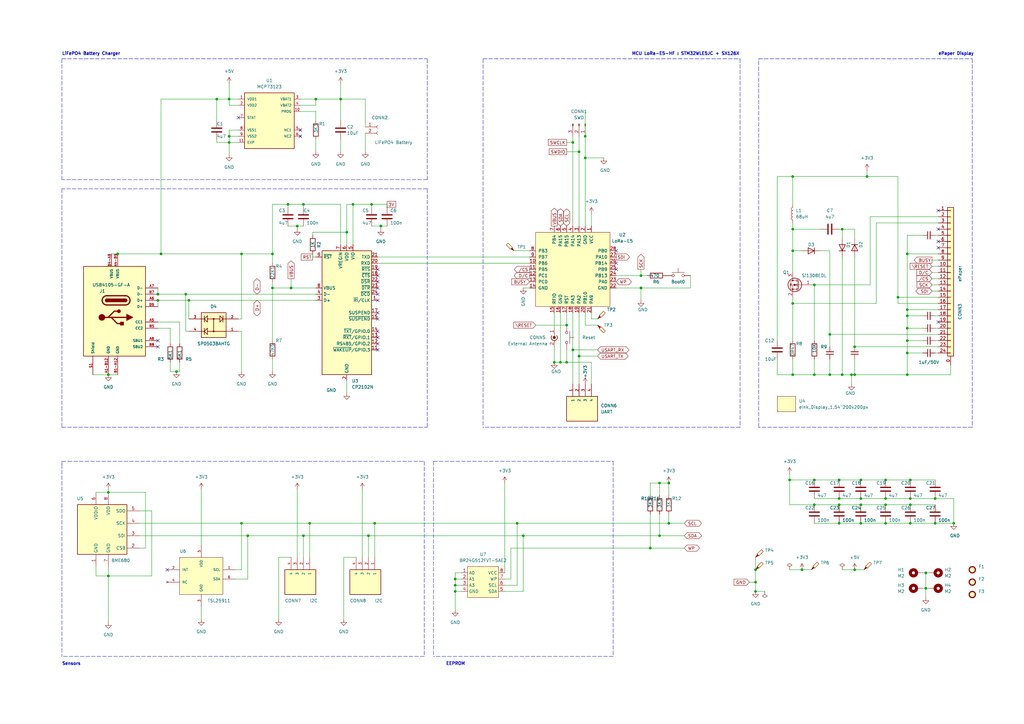
<source format=kicad_sch>
(kicad_sch (version 20211123) (generator eeschema)
  (paper "A3")
  (title_block (title "MuMo-v2-Node") (rev "V0.1") (company "Universiteit Antwerpen") (comment 1 "pascal.roobrouck@gmail.com"))
  (junction (at 325.12 102.87))
  (junction (at 325.12 124.46))
  (junction (at 240.03 55.88))
  (junction (at 93.98 40.64))
  (junction (at 334.01 116.84))
  (junction (at 151.13 219.71))
  (junction (at 144.78 83.82))
  (junction (at 229.87 148.59))
  (junction (at 240.03 64.77))
  (junction (at 373.38 196.85))
  (junction (at 270.51 198.12))
  (junction (at 309.88 238.76))
  (junction (at 344.17 204.47))
  (junction (at 353.06 207.01))
  (junction (at 344.17 196.85))
  (junction (at 227.33 148.59))
  (junction (at 334.01 207.01))
  (junction (at 340.36 137.16))
  (junction (at 153.67 214.63))
  (junction (at 212.09 214.63))
  (junction (at 363.22 196.85))
  (junction (at 323.85 196.85))
  (junction (at 383.54 204.47))
  (junction (at 353.06 204.47))
  (junction (at 111.76 104.14))
  (junction (at 44.45 153.67))
  (junction (at 373.38 207.01))
  (junction (at 124.46 219.71))
  (junction (at 363.22 204.47))
  (junction (at 99.06 214.63))
  (junction (at 156.21 92.71))
  (junction (at 363.22 207.01))
  (junction (at 232.41 148.59))
  (junction (at 152.4 83.82))
  (junction (at 93.98 55.88))
  (junction (at 274.32 198.12))
  (junction (at 93.98 58.42))
  (junction (at 64.77 120.65))
  (junction (at 368.3 121.92))
  (junction (at 344.17 207.01))
  (junction (at 379.73 234.95))
  (junction (at 234.95 58.42))
  (junction (at 111.76 118.11))
  (junction (at 325.12 153.67))
  (junction (at 88.9 40.64))
  (junction (at 334.01 196.85))
  (junction (at 372.11 127))
  (junction (at 372.11 129.54))
  (junction (at 372.11 134.62))
  (junction (at 372.11 139.7))
  (junction (at 372.11 144.78))
  (junction (at 350.52 153.67))
  (junction (at 328.93 233.68))
  (junction (at 325.12 72.39))
  (junction (at 186.69 240.03))
  (junction (at 121.92 92.71))
  (junction (at 44.45 236.22))
  (junction (at 262.89 113.03))
  (junction (at 379.73 241.3))
  (junction (at 234.95 143.51))
  (junction (at 237.49 62.23))
  (junction (at 345.44 93.98))
  (junction (at 77.47 123.19))
  (junction (at 355.6 72.39))
  (junction (at 349.25 153.67))
  (junction (at 64.77 123.19))
  (junction (at 76.2 120.65))
  (junction (at 372.11 104.14))
  (junction (at 309.88 233.68))
  (junction (at 99.06 104.14))
  (junction (at 44.45 201.93))
  (junction (at 129.54 40.64))
  (junction (at 350.52 142.24))
  (junction (at 119.38 118.11))
  (junction (at 391.16 214.63))
  (junction (at 262.89 118.11))
  (junction (at 350.52 233.68))
  (junction (at 66.04 104.14))
  (junction (at 232.41 133.35))
  (junction (at 48.26 104.14))
  (junction (at 124.46 83.82))
  (junction (at 344.17 214.63))
  (junction (at 372.11 153.67))
  (junction (at 72.39 152.4))
  (junction (at 139.7 40.64))
  (junction (at 345.44 153.67))
  (junction (at 373.38 214.63))
  (junction (at 186.69 237.49))
  (junction (at 270.51 219.71))
  (junction (at 274.32 214.63))
  (junction (at 340.36 153.67))
  (junction (at 127 214.63))
  (junction (at 363.22 214.63))
  (junction (at 237.49 146.05))
  (junction (at 325.12 93.98))
  (junction (at 101.6 219.71))
  (junction (at 353.06 214.63))
  (junction (at 383.54 214.63))
  (junction (at 142.24 95.25))
  (junction (at 186.69 242.57))
  (junction (at 266.7 224.79))
  (junction (at 118.11 83.82))
  (junction (at 334.01 153.67))
  (junction (at 214.63 219.71))
  (junction (at 373.38 204.47))
  (junction (at 353.06 196.85))
  (junction (at 309.88 242.57))
  (no_connect (at 97.79 48.26))
  (no_connect (at 384.81 93.98))
  (no_connect (at 252.73 110.49))
  (no_connect (at 252.73 107.95))
  (no_connect (at 384.81 101.6))
  (no_connect (at 252.73 102.87))
  (no_connect (at 384.81 132.08))
  (no_connect (at 64.77 142.24))
  (no_connect (at 64.77 139.7))
  (no_connect (at 154.94 123.19))
  (no_connect (at 154.94 128.27))
  (no_connect (at 154.94 130.81))
  (no_connect (at 68.58 233.68))
  (no_connect (at 154.94 120.65))
  (no_connect (at 154.94 135.89))
  (no_connect (at 154.94 118.11))
  (no_connect (at 154.94 115.57))
  (no_connect (at 154.94 140.97))
  (no_connect (at 154.94 143.51))
  (no_connect (at 154.94 138.43))
  (no_connect (at 154.94 110.49))
  (no_connect (at 154.94 113.03))
  (no_connect (at 384.81 99.06))
  (no_connect (at 384.81 86.36))
  (no_connect (at 123.19 55.88))
  (no_connect (at 123.19 53.34))
  (wire (pts (xy 283.21 118.11) (xy 262.89 118.11)))
  (wire (pts (xy 38.1 153.67) (xy 44.45 153.67)))
  (wire (pts (xy 334.01 204.47) (xy 344.17 204.47)))
  (polyline (pts (xy 173.99 269.24) (xy 25.4 269.24)))
  (wire (pts (xy 156.21 92.71) (xy 156.21 93.98)))
  (wire (pts (xy 242.57 130.81) (xy 245.11 130.81)))
  (wire (pts (xy 266.7 210.82) (xy 266.7 224.79)))
  (wire (pts (xy 64.77 123.19) (xy 77.47 123.19)))
  (wire (pts (xy 373.38 196.85) (xy 383.54 196.85)))
  (wire (pts (xy 378.46 234.95) (xy 379.73 234.95)))
  (wire (pts (xy 349.25 153.67) (xy 350.52 153.67)))
  (wire (pts (xy 270.51 198.12) (xy 274.32 198.12)))
  (wire (pts (xy 237.49 146.05) (xy 237.49 157.48)))
  (wire (pts (xy 356.87 116.84) (xy 356.87 88.9)))
  (wire (pts (xy 97.79 53.34) (xy 93.98 53.34)))
  (wire (pts (xy 234.95 58.42) (xy 234.95 92.71)))
  (wire (pts (xy 359.41 124.46) (xy 359.41 91.44)))
  (wire (pts (xy 373.38 204.47) (xy 383.54 204.47)))
  (wire (pts (xy 139.7 40.64) (xy 149.86 40.64)))
  (polyline (pts (xy 177.8 189.23) (xy 251.46 189.23)))
  (wire (pts (xy 44.45 153.67) (xy 48.26 153.67)))
  (wire (pts (xy 234.95 55.88) (xy 234.95 58.42)))
  (wire (pts (xy 101.6 237.49) (xy 101.6 219.71)))
  (wire (pts (xy 353.06 204.47) (xy 363.22 204.47)))
  (wire (pts (xy 148.59 228.6) (xy 148.59 200.66)))
  (wire (pts (xy 325.12 72.39) (xy 325.12 83.82)))
  (wire (pts (xy 389.89 149.86) (xy 389.89 153.67)))
  (wire (pts (xy 152.4 92.71) (xy 156.21 92.71)))
  (wire (pts (xy 372.11 134.62) (xy 372.11 139.7)))
  (wire (pts (xy 77.47 123.19) (xy 77.47 130.81)))
  (wire (pts (xy 69.85 152.4) (xy 72.39 152.4)))
  (wire (pts (xy 99.06 214.63) (xy 127 214.63)))
  (wire (pts (xy 99.06 104.14) (xy 66.04 104.14)))
  (wire (pts (xy 64.77 123.19) (xy 64.77 125.73)))
  (wire (pts (xy 209.55 224.79) (xy 266.7 224.79)))
  (wire (pts (xy 77.47 135.89) (xy 76.2 135.89)))
  (wire (pts (xy 373.38 214.63) (xy 383.54 214.63)))
  (wire (pts (xy 128.27 105.41) (xy 129.54 105.41)))
  (wire (pts (xy 66.04 40.64) (xy 88.9 40.64)))
  (wire (pts (xy 127 214.63) (xy 153.67 214.63)))
  (wire (pts (xy 372.11 127) (xy 372.11 129.54)))
  (wire (pts (xy 237.49 146.05) (xy 245.11 146.05)))
  (wire (pts (xy 59.69 201.93) (xy 44.45 201.93)))
  (polyline (pts (xy 177.8 189.23) (xy 177.8 269.24)))
  (wire (pts (xy 97.79 40.64) (xy 93.98 40.64)))
  (wire (pts (xy 128.27 96.52) (xy 128.27 95.25)))
  (wire (pts (xy 93.98 55.88) (xy 93.98 58.42)))
  (wire (pts (xy 111.76 118.11) (xy 119.38 118.11)))
  (wire (pts (xy 128.27 104.14) (xy 128.27 105.41)))
  (wire (pts (xy 368.3 72.39) (xy 368.3 121.92)))
  (wire (pts (xy 64.77 118.11) (xy 64.77 120.65)))
  (wire (pts (xy 142.24 156.21) (xy 142.24 161.29)))
  (wire (pts (xy 372.11 96.52) (xy 372.11 104.14)))
  (wire (pts (xy 144.78 83.82) (xy 152.4 83.82)))
  (wire (pts (xy 121.92 228.6) (xy 121.92 200.66)))
  (wire (pts (xy 99.06 135.89) (xy 97.79 135.89)))
  (wire (pts (xy 82.55 248.92) (xy 82.55 254)))
  (wire (pts (xy 99.06 130.81) (xy 97.79 130.81)))
  (wire (pts (xy 391.16 214.63) (xy 391.16 204.47)))
  (wire (pts (xy 344.17 207.01) (xy 353.06 207.01)))
  (polyline (pts (xy 25.4 77.47) (xy 25.4 175.26)))
  (wire (pts (xy 309.88 233.68) (xy 309.88 238.76)))
  (wire (pts (xy 350.52 97.79) (xy 350.52 93.98)))
  (wire (pts (xy 345.44 233.68) (xy 350.52 233.68)))
  (wire (pts (xy 111.76 83.82) (xy 111.76 104.14)))
  (wire (pts (xy 93.98 58.42) (xy 88.9 58.42)))
  (wire (pts (xy 382.27 114.3) (xy 384.81 114.3)))
  (wire (pts (xy 379.73 234.95) (xy 381 234.95)))
  (wire (pts (xy 350.52 142.24) (xy 384.81 142.24)))
  (wire (pts (xy 309.88 228.6) (xy 309.88 233.68)))
  (wire (pts (xy 340.36 142.24) (xy 340.36 137.16)))
  (wire (pts (xy 140.97 228.6) (xy 140.97 254)))
  (wire (pts (xy 64.77 120.65) (xy 76.2 120.65)))
  (wire (pts (xy 88.9 58.42) (xy 88.9 57.15)))
  (wire (pts (xy 93.98 43.18) (xy 97.79 43.18)))
  (wire (pts (xy 363.22 196.85) (xy 373.38 196.85)))
  (wire (pts (xy 340.36 153.67) (xy 345.44 153.67)))
  (wire (pts (xy 48.26 104.14) (xy 66.04 104.14)))
  (wire (pts (xy 382.27 119.38) (xy 384.81 119.38)))
  (polyline (pts (xy 175.26 77.47) (xy 175.26 175.26)))
  (wire (pts (xy 325.12 147.32) (xy 325.12 153.67)))
  (wire (pts (xy 151.13 219.71) (xy 214.63 219.71)))
  (wire (pts (xy 129.54 45.72) (xy 129.54 49.53)))
  (wire (pts (xy 373.38 207.01) (xy 383.54 207.01)))
  (wire (pts (xy 266.7 224.79) (xy 280.67 224.79)))
  (wire (pts (xy 372.11 139.7) (xy 378.46 139.7)))
  (wire (pts (xy 334.01 207.01) (xy 344.17 207.01)))
  (wire (pts (xy 237.49 128.27) (xy 237.49 146.05)))
  (wire (pts (xy 384.81 124.46) (xy 368.3 124.46)))
  (wire (pts (xy 318.77 153.67) (xy 325.12 153.67)))
  (wire (pts (xy 382.27 111.76) (xy 384.81 111.76)))
  (wire (pts (xy 123.19 43.18) (xy 129.54 43.18)))
  (wire (pts (xy 323.85 207.01) (xy 334.01 207.01)))
  (wire (pts (xy 57.15 214.63) (xy 99.06 214.63)))
  (wire (pts (xy 334.01 147.32) (xy 334.01 153.67)))
  (wire (pts (xy 39.37 236.22) (xy 44.45 236.22)))
  (polyline (pts (xy 25.4 189.23) (xy 27.94 189.23)))
  (wire (pts (xy 252.73 113.03) (xy 262.89 113.03)))
  (wire (pts (xy 229.87 128.27) (xy 229.87 148.59)))
  (wire (pts (xy 149.86 54.61) (xy 149.86 62.23)))
  (wire (pts (xy 186.69 237.49) (xy 189.23 237.49)))
  (wire (pts (xy 210.82 102.87) (xy 217.17 102.87)))
  (wire (pts (xy 372.11 139.7) (xy 372.11 144.78)))
  (wire (pts (xy 207.01 198.12) (xy 207.01 234.95)))
  (wire (pts (xy 77.47 123.19) (xy 129.54 123.19)))
  (wire (pts (xy 372.11 104.14) (xy 372.11 127)))
  (wire (pts (xy 328.93 233.68) (xy 332.74 233.68)))
  (wire (pts (xy 234.95 143.51) (xy 245.11 143.51)))
  (wire (pts (xy 121.92 92.71) (xy 124.46 92.71)))
  (wire (pts (xy 318.77 72.39) (xy 325.12 72.39)))
  (wire (pts (xy 242.57 128.27) (xy 242.57 130.81)))
  (wire (pts (xy 340.36 102.87) (xy 340.36 137.16)))
  (polyline (pts (xy 251.46 189.23) (xy 251.46 269.24)))
  (wire (pts (xy 340.36 147.32) (xy 340.36 153.67)))
  (wire (pts (xy 229.87 148.59) (xy 232.41 148.59)))
  (wire (pts (xy 82.55 200.66) (xy 82.55 223.52)))
  (wire (pts (xy 363.22 204.47) (xy 373.38 204.47)))
  (wire (pts (xy 232.41 143.51) (xy 232.41 148.59)))
  (wire (pts (xy 350.52 147.32) (xy 350.52 153.67)))
  (wire (pts (xy 280.67 214.63) (xy 274.32 214.63)))
  (wire (pts (xy 262.89 113.03) (xy 265.43 113.03)))
  (wire (pts (xy 88.9 40.64) (xy 93.98 40.64)))
  (wire (pts (xy 368.3 121.92) (xy 384.81 121.92)))
  (polyline (pts (xy 27.94 189.23) (xy 173.99 189.23)))
  (wire (pts (xy 318.77 147.32) (xy 318.77 153.67)))
  (wire (pts (xy 350.52 233.68) (xy 354.33 233.68)))
  (wire (pts (xy 214.63 118.11) (xy 217.17 118.11)))
  (wire (pts (xy 88.9 49.53) (xy 88.9 40.64)))
  (wire (pts (xy 379.73 241.3) (xy 381 241.3)))
  (wire (pts (xy 325.12 124.46) (xy 359.41 124.46)))
  (wire (pts (xy 274.32 198.12) (xy 274.32 203.2)))
  (wire (pts (xy 383.54 96.52) (xy 384.81 96.52)))
  (wire (pts (xy 99.06 135.89) (xy 99.06 152.4)))
  (wire (pts (xy 323.85 194.31) (xy 323.85 196.85)))
  (wire (pts (xy 353.06 214.63) (xy 363.22 214.63)))
  (wire (pts (xy 93.98 53.34) (xy 93.98 55.88)))
  (wire (pts (xy 111.76 118.11) (xy 111.76 139.7)))
  (wire (pts (xy 309.88 242.57) (xy 313.69 242.57)))
  (wire (pts (xy 334.01 153.67) (xy 325.12 153.67)))
  (polyline (pts (xy 311.15 175.26) (xy 311.15 24.13)))
  (wire (pts (xy 323.85 233.68) (xy 328.93 233.68)))
  (wire (pts (xy 59.69 224.79) (xy 59.69 201.93)))
  (wire (pts (xy 234.95 128.27) (xy 234.95 143.51)))
  (wire (pts (xy 334.01 196.85) (xy 344.17 196.85)))
  (wire (pts (xy 344.17 214.63) (xy 353.06 214.63)))
  (wire (pts (xy 129.54 40.64) (xy 129.54 43.18)))
  (wire (pts (xy 240.03 64.77) (xy 240.03 92.71)))
  (wire (pts (xy 96.52 237.49) (xy 101.6 237.49)))
  (wire (pts (xy 111.76 147.32) (xy 111.76 152.4)))
  (wire (pts (xy 186.69 234.95) (xy 186.69 237.49)))
  (polyline (pts (xy 25.4 24.13) (xy 175.26 24.13)))
  (wire (pts (xy 129.54 40.64) (xy 139.7 40.64)))
  (polyline (pts (xy 303.53 175.26) (xy 198.12 175.26)))
  (wire (pts (xy 76.2 120.65) (xy 129.54 120.65)))
  (wire (pts (xy 350.52 93.98) (xy 345.44 93.98)))
  (wire (pts (xy 64.77 134.62) (xy 69.85 134.62)))
  (wire (pts (xy 69.85 148.59) (xy 69.85 152.4)))
  (wire (pts (xy 93.98 40.64) (xy 93.98 43.18)))
  (wire (pts (xy 353.06 207.01) (xy 363.22 207.01)))
  (wire (pts (xy 101.6 219.71) (xy 124.46 219.71)))
  (wire (pts (xy 232.41 58.42) (xy 234.95 58.42)))
  (polyline (pts (xy 398.78 24.13) (xy 398.78 175.26)))
  (polyline (pts (xy 25.4 175.26) (xy 175.26 175.26)))
  (wire (pts (xy 334.01 116.84) (xy 334.01 139.7)))
  (wire (pts (xy 355.6 69.85) (xy 355.6 72.39)))
  (wire (pts (xy 252.73 118.11) (xy 262.89 118.11)))
  (wire (pts (xy 345.44 93.98) (xy 345.44 97.79)))
  (wire (pts (xy 350.52 105.41) (xy 350.52 142.24)))
  (polyline (pts (xy 25.4 190.5) (xy 25.4 269.24)))
  (wire (pts (xy 124.46 83.82) (xy 124.46 85.09)))
  (wire (pts (xy 325.12 93.98) (xy 336.55 93.98)))
  (wire (pts (xy 234.95 143.51) (xy 234.95 157.48)))
  (wire (pts (xy 93.98 34.29) (xy 93.98 40.64)))
  (wire (pts (xy 44.45 200.66) (xy 44.45 201.93)))
  (wire (pts (xy 334.01 116.84) (xy 356.87 116.84)))
  (wire (pts (xy 363.22 207.01) (xy 373.38 207.01)))
  (wire (pts (xy 356.87 88.9) (xy 384.81 88.9)))
  (wire (pts (xy 372.11 153.67) (xy 350.52 153.67)))
  (wire (pts (xy 372.11 144.78) (xy 378.46 144.78)))
  (wire (pts (xy 76.2 120.65) (xy 76.2 135.89)))
  (wire (pts (xy 353.06 196.85) (xy 363.22 196.85)))
  (wire (pts (xy 355.6 72.39) (xy 368.3 72.39)))
  (wire (pts (xy 152.4 83.82) (xy 152.4 85.09)))
  (wire (pts (xy 325.12 121.92) (xy 325.12 124.46)))
  (wire (pts (xy 266.7 203.2) (xy 266.7 198.12)))
  (wire (pts (xy 344.17 196.85) (xy 353.06 196.85)))
  (wire (pts (xy 325.12 93.98) (xy 325.12 102.87)))
  (wire (pts (xy 158.75 83.82) (xy 158.75 85.09)))
  (wire (pts (xy 372.11 144.78) (xy 372.11 153.67)))
  (wire (pts (xy 119.38 118.11) (xy 129.54 118.11)))
  (wire (pts (xy 57.15 224.79) (xy 59.69 224.79)))
  (polyline (pts (xy 175.26 73.66) (xy 25.4 73.66)))
  (wire (pts (xy 240.03 128.27) (xy 240.03 133.35)))
  (wire (pts (xy 62.23 209.55) (xy 62.23 236.22)))
  (wire (pts (xy 139.7 57.15) (xy 139.7 62.23)))
  (wire (pts (xy 383.54 134.62) (xy 384.81 134.62)))
  (wire (pts (xy 240.03 45.72) (xy 240.03 55.88)))
  (wire (pts (xy 359.41 91.44) (xy 384.81 91.44)))
  (wire (pts (xy 274.32 210.82) (xy 274.32 214.63)))
  (wire (pts (xy 111.76 115.57) (xy 111.76 118.11)))
  (wire (pts (xy 345.44 153.67) (xy 349.25 153.67)))
  (wire (pts (xy 372.11 127) (xy 384.81 127)))
  (wire (pts (xy 325.12 72.39) (xy 355.6 72.39)))
  (wire (pts (xy 186.69 240.03) (xy 186.69 242.57)))
  (wire (pts (xy 270.51 203.2) (xy 270.51 198.12)))
  (wire (pts (xy 383.54 214.63) (xy 391.16 214.63)))
  (wire (pts (xy 334.01 153.67) (xy 340.36 153.67)))
  (polyline (pts (xy 175.26 77.47) (xy 25.4 77.47)))
  (wire (pts (xy 262.89 110.49) (xy 262.89 113.03)))
  (polyline (pts (xy 173.99 189.23) (xy 173.99 269.24)))
  (wire (pts (xy 119.38 114.3) (xy 119.38 118.11)))
  (wire (pts (xy 266.7 198.12) (xy 270.51 198.12)))
  (wire (pts (xy 73.66 132.08) (xy 73.66 140.97)))
  (wire (pts (xy 237.49 55.88) (xy 237.49 62.23)))
  (wire (pts (xy 44.45 236.22) (xy 44.45 255.27)))
  (wire (pts (xy 118.11 83.82) (xy 118.11 85.09)))
  (wire (pts (xy 99.06 233.68) (xy 99.06 214.63)))
  (wire (pts (xy 57.15 219.71) (xy 101.6 219.71)))
  (wire (pts (xy 270.51 210.82) (xy 270.51 219.71)))
  (wire (pts (xy 207.01 240.03) (xy 212.09 240.03)))
  (wire (pts (xy 149.86 40.64) (xy 149.86 52.07)))
  (wire (pts (xy 57.15 209.55) (xy 62.23 209.55)))
  (wire (pts (xy 142.24 100.33) (xy 142.24 95.25)))
  (wire (pts (xy 114.3 228.6) (xy 114.3 254)))
  (wire (pts (xy 227.33 128.27) (xy 227.33 134.62)))
  (wire (pts (xy 382.27 116.84) (xy 384.81 116.84)))
  (wire (pts (xy 227.33 148.59) (xy 229.87 148.59)))
  (wire (pts (xy 111.76 107.95) (xy 111.76 104.14)))
  (wire (pts (xy 207.01 242.57) (xy 214.63 242.57)))
  (wire (pts (xy 156.21 92.71) (xy 158.75 92.71)))
  (wire (pts (xy 334.01 214.63) (xy 344.17 214.63)))
  (wire (pts (xy 340.36 137.16) (xy 384.81 137.16)))
  (wire (pts (xy 123.19 45.72) (xy 129.54 45.72)))
  (wire (pts (xy 118.11 83.82) (xy 111.76 83.82)))
  (wire (pts (xy 124.46 83.82) (xy 118.11 83.82)))
  (wire (pts (xy 214.63 219.71) (xy 270.51 219.71)))
  (wire (pts (xy 372.11 134.62) (xy 378.46 134.62)))
  (wire (pts (xy 39.37 232.41) (xy 39.37 236.22)))
  (wire (pts (xy 111.76 104.14) (xy 99.06 104.14)))
  (wire (pts (xy 189.23 234.95) (xy 186.69 234.95)))
  (wire (pts (xy 93.98 58.42) (xy 97.79 58.42)))
  (wire (pts (xy 44.45 232.41) (xy 44.45 236.22)))
  (wire (pts (xy 139.7 83.82) (xy 124.46 83.82)))
  (wire (pts (xy 383.54 139.7) (xy 384.81 139.7)))
  (polyline (pts (xy 175.26 24.13) (xy 175.26 73.66)))
  (wire (pts (xy 153.67 214.63) (xy 153.67 228.6)))
  (wire (pts (xy 119.38 228.6) (xy 114.3 228.6)))
  (wire (pts (xy 186.69 240.03) (xy 189.23 240.03)))
  (wire (pts (xy 212.09 214.63) (xy 274.32 214.63)))
  (wire (pts (xy 154.94 105.41) (xy 217.17 105.41)))
  (wire (pts (xy 227.33 148.59) (xy 227.33 142.24)))
  (wire (pts (xy 242.57 87.63) (xy 242.57 92.71)))
  (wire (pts (xy 325.12 124.46) (xy 325.12 139.7)))
  (wire (pts (xy 153.67 214.63) (xy 212.09 214.63)))
  (wire (pts (xy 382.27 109.22) (xy 384.81 109.22)))
  (wire (pts (xy 307.34 238.76) (xy 309.88 238.76)))
  (wire (pts (xy 121.92 92.71) (xy 121.92 93.98)))
  (wire (pts (xy 64.77 132.08) (xy 73.66 132.08)))
  (wire (pts (xy 389.89 153.67) (xy 372.11 153.67)))
  (wire (pts (xy 66.04 104.14) (xy 66.04 40.64)))
  (wire (pts (xy 345.44 105.41) (xy 345.44 153.67)))
  (polyline (pts (xy 25.4 24.13) (xy 25.4 73.66)))
  (wire (pts (xy 139.7 100.33) (xy 139.7 83.82)))
  (wire (pts (xy 72.39 152.4) (xy 73.66 152.4)))
  (polyline (pts (xy 198.12 24.13) (xy 303.53 24.13)))
  (wire (pts (xy 142.24 83.82) (xy 144.78 83.82)))
  (wire (pts (xy 232.41 62.23) (xy 237.49 62.23)))
  (wire (pts (xy 142.24 95.25) (xy 142.24 83.82)))
  (wire (pts (xy 372.11 104.14) (xy 384.81 104.14)))
  (wire (pts (xy 323.85 196.85) (xy 334.01 196.85)))
  (wire (pts (xy 325.12 102.87) (xy 325.12 111.76)))
  (wire (pts (xy 93.98 55.88) (xy 97.79 55.88)))
  (wire (pts (xy 328.93 102.87) (xy 325.12 102.87)))
  (wire (pts (xy 207.01 237.49) (xy 209.55 237.49)))
  (wire (pts (xy 214.63 219.71) (xy 214.63 242.57)))
  (wire (pts (xy 62.23 236.22) (xy 44.45 236.22)))
  (wire (pts (xy 372.11 129.54) (xy 372.11 134.62)))
  (wire (pts (xy 325.12 91.44) (xy 325.12 93.98)))
  (wire (pts (xy 336.55 102.87) (xy 340.36 102.87)))
  (wire (pts (xy 383.54 129.54) (xy 384.81 129.54)))
  (wire (pts (xy 118.11 92.71) (xy 121.92 92.71)))
  (wire (pts (xy 309.88 238.76) (xy 309.88 242.57)))
  (wire (pts (xy 280.67 219.71) (xy 270.51 219.71)))
  (wire (pts (xy 318.77 72.39) (xy 318.77 139.7)))
  (wire (pts (xy 123.19 40.64) (xy 129.54 40.64)))
  (wire (pts (xy 186.69 242.57) (xy 186.69 250.19)))
  (wire (pts (xy 139.7 34.29) (xy 139.7 40.64)))
  (polyline (pts (xy 398.78 175.26) (xy 311.15 175.26)))
  (wire (pts (xy 45.72 104.14) (xy 48.26 104.14)))
  (wire (pts (xy 242.57 157.48) (xy 242.57 148.59)))
  (wire (pts (xy 262.89 118.11) (xy 262.89 123.19)))
  (wire (pts (xy 382.27 106.68) (xy 384.81 106.68)))
  (polyline (pts (xy 198.12 24.13) (xy 198.12 175.26)))
  (wire (pts (xy 232.41 148.59) (xy 242.57 148.59)))
  (wire (pts (xy 124.46 219.71) (xy 124.46 228.6)))
  (wire (pts (xy 344.17 204.47) (xy 353.06 204.47)))
  (wire (pts (xy 186.69 237.49) (xy 186.69 240.03)))
  (wire (pts (xy 232.41 133.35) (xy 219.71 133.35)))
  (wire (pts (xy 363.22 214.63) (xy 373.38 214.63)))
  (polyline (pts (xy 311.15 24.13) (xy 398.78 24.13)))
  (wire (pts (xy 139.7 40.64) (xy 139.7 49.53)))
  (wire (pts (xy 124.46 219.71) (xy 151.13 219.71)))
  (wire (pts (xy 378.46 96.52) (xy 372.11 96.52)))
  (wire (pts (xy 154.94 107.95) (xy 217.17 107.95)))
  (wire (pts (xy 69.85 134.62) (xy 69.85 140.97)))
  (wire (pts (xy 144.78 83.82) (xy 144.78 100.33)))
  (wire (pts (xy 237.49 62.23) (xy 237.49 92.71)))
  (wire (pts (xy 240.03 64.77) (xy 247.65 64.77)))
  (wire (pts (xy 209.55 237.49) (xy 209.55 224.79)))
  (wire (pts (xy 212.09 214.63) (xy 212.09 240.03)))
  (wire (pts (xy 383.54 144.78) (xy 384.81 144.78)))
  (wire (pts (xy 39.37 201.93) (xy 44.45 201.93)))
  (wire (pts (xy 368.3 124.46) (xy 368.3 121.92)))
  (wire (pts (xy 186.69 242.57) (xy 189.23 242.57)))
  (wire (pts (xy 127 214.63) (xy 127 228.6)))
  (wire (pts (xy 372.11 129.54) (xy 378.46 129.54)))
  (wire (pts (xy 391.16 204.47) (xy 383.54 204.47)))
  (wire (pts (xy 93.98 58.42) (xy 93.98 63.5)))
  (wire (pts (xy 240.03 133.35) (xy 245.11 133.35)))
  (wire (pts (xy 152.4 83.82) (xy 158.75 83.82)))
  (wire (pts (xy 344.17 93.98) (xy 345.44 93.98)))
  (wire (pts (xy 73.66 152.4) (xy 73.66 148.59)))
  (wire (pts (xy 334.01 116.84) (xy 332.74 116.84)))
  (wire (pts (xy 96.52 233.68) (xy 99.06 233.68)))
  (wire (pts (xy 379.73 241.3) (xy 379.73 245.11)))
  (polyline (pts (xy 303.53 24.13) (xy 303.53 175.26)))
  (wire (pts (xy 99.06 104.14) (xy 99.06 130.81)))
  (wire (pts (xy 379.73 234.95) (xy 379.73 241.3)))
  (wire (pts (xy 128.27 95.25) (xy 142.24 95.25)))
  (wire (pts (xy 151.13 219.71) (xy 151.13 228.6)))
  (wire (pts (xy 349.25 153.67) (xy 349.25 157.48)))
  (wire (pts (xy 232.41 128.27) (xy 232.41 133.35)))
  (wire (pts (xy 378.46 241.3) (xy 379.73 241.3)))
  (polyline (pts (xy 251.46 269.24) (xy 177.8 269.24)))
  (wire (pts (xy 146.05 228.6) (xy 140.97 228.6)))
  (wire (pts (xy 240.03 55.88) (xy 240.03 64.77)))
  (wire (pts (xy 283.21 113.03) (xy 283.21 118.11)))
  (wire (pts (xy 323.85 196.85) (xy 323.85 207.01)))
  (polyline (pts (xy 25.4 190.5) (xy 25.4 189.23)))
  (wire (pts (xy 129.54 57.15) (xy 129.54 62.23)))
  (text "ePaper Display" (at 384.81 22.86 0) (effects (font (size 1.27 1.27) (thickness 0.254) bold) (justify left bottom)))
  (text "LiFePO4 Battery Charger" (at 25.4 22.86 0) (effects (font (size 1.27 1.27) (thickness 0.254) bold) (justify left bottom)))
  (text "EEPROM" (at 182.88 273.05 0) (effects (font (size 1.27 1.27) (thickness 0.254) bold) (justify left bottom)))
  (text "Sensors" (at 25.4 273.05 0) (effects (font (size 1.27 1.27) (thickness 0.254) bold) (justify left bottom)))
  (text "MCU LoRa-E5-HF : STM32WLE5JC + SX126X" (at 259.08 22.86 0) (effects (font (size 1.27 1.27) (thickness 0.254) bold) (justify left bottom)))
  (global_label "D-" (shape bidirectional) (at 105.41 120.65 90) (property "Intersheet References" "${INTERSHEET_REFS}" (effects hide)))
  (global_label "USART_TX" (shape bidirectional) (at 245.11 146.05 0) (property "Intersheet References" "${INTERSHEET_REFS}" (effects hide)))
  (global_label "SCK" (shape input) (at 382.27 116.84 180) (property "Intersheet References" "${INTERSHEET_REFS}" (effects hide)))
  (global_label "RST" (shape passive) (at 128.27 105.41 180) (property "Intersheet References" "${INTERSHEET_REFS}" (effects hide)))
  (global_label "\\RESET" (shape input) (at 219.71 133.35 180) (property "Intersheet References" "${INTERSHEET_REFS}" (effects hide)))
  (global_label "SCK" (shape output) (at 262.89 110.49 90) (property "Intersheet References" "${INTERSHEET_REFS}" (effects hide)))
  (global_label "SDA" (shape bidirectional) (at 229.87 92.71 90) (property "Intersheet References" "${INTERSHEET_REFS}" (effects hide)))
  (global_label "VBUS" (shape output) (at 119.38 114.3 90) (property "Intersheet References" "${INTERSHEET_REFS}" (effects hide)))
  (global_label "SDA" (shape bidirectional) (at 280.67 219.71 0) (property "Intersheet References" "${INTERSHEET_REFS}" (effects hide)))
  (global_label "WP" (shape bidirectional) (at 252.73 115.57 0) (property "Intersheet References" "${INTERSHEET_REFS}" (effects hide)))
  (global_label "D+" (shape bidirectional) (at 105.41 123.19 270) (property "Intersheet References" "${INTERSHEET_REFS}" (effects hide)))
  (global_label "D{slash}C" (shape input) (at 382.27 111.76 180) (property "Intersheet References" "${INTERSHEET_REFS}" (effects hide)))
  (global_label "WP" (shape bidirectional) (at 280.67 224.79 0) (property "Intersheet References" "${INTERSHEET_REFS}" (effects hide)))
  (global_label "SDI" (shape bidirectional) (at 382.27 119.38 180) (property "Intersheet References" "${INTERSHEET_REFS}" (effects hide)))
  (global_label "SCL" (shape bidirectional) (at 280.67 214.63 0) (property "Intersheet References" "${INTERSHEET_REFS}" (effects hide)))
  (global_label "USART_RX" (shape bidirectional) (at 245.11 143.51 0) (property "Intersheet References" "${INTERSHEET_REFS}" (effects hide)))
  (global_label "SWDIO" (shape passive) (at 232.41 62.23 180) (property "Intersheet References" "${INTERSHEET_REFS}" (effects hide)))
  (global_label "D{slash}C" (shape output) (at 217.17 113.03 180) (property "Intersheet References" "${INTERSHEET_REFS}" (effects hide)))
  (global_label "BUSY" (shape output) (at 382.27 106.68 180) (property "Intersheet References" "${INTERSHEET_REFS}" (effects hide)))
  (global_label "{slash}CS" (shape output) (at 217.17 110.49 180) (property "Intersheet References" "${INTERSHEET_REFS}" (effects hide)))
  (global_label "3V" (shape passive) (at 158.75 83.82 0) (property "Intersheet References" "${INTERSHEET_REFS}" (effects hide)))
  (global_label "SDI" (shape output) (at 252.73 105.41 0) (property "Intersheet References" "${INTERSHEET_REFS}" (effects hide)))
  (global_label "SWCLK" (shape passive) (at 232.41 58.42 180) (property "Intersheet References" "${INTERSHEET_REFS}" (effects hide)))
  (global_label "VBUS" (shape output) (at 227.33 92.71 90) (property "Intersheet References" "${INTERSHEET_REFS}" (effects hide)))
  (global_label "GND" (shape input) (at 307.34 238.76 180) (property "Intersheet References" "${INTERSHEET_REFS}" (effects hide)))
  (global_label "SCL" (shape bidirectional) (at 232.41 92.71 90) (property "Intersheet References" "${INTERSHEET_REFS}" (effects hide)))
  (global_label "\\RESET" (shape input) (at 382.27 109.22 180) (property "Intersheet References" "${INTERSHEET_REFS}" (effects hide)))
  (global_label "BUSY" (shape input) (at 217.17 115.57 180) (property "Intersheet References" "${INTERSHEET_REFS}" (effects hide)))
  (global_label "{slash}CS" (shape input) (at 382.27 114.3 180) (property "Intersheet References" "${INTERSHEET_REFS}" (effects hide)))
  (symbol (lib_id "power:+3V3") (at 355.6 69.85 0) (unit 1)
    (property "Reference" "#PWR08" (effects hide))
    (property "Value" "+3V3" (at 355.6 64.77 0))
  )
  (symbol (lib_id "Device:C") (at 344.17 210.82 0) (unit 1)
    (property "Reference" "C23" (at 340.36 208.28 0) (effects (justify left)))
    (property "Value" "100n" (at 345.44 213.36 0) (effects (justify left)))
    (property "Footprint" "thisProjectLibrary:0603_1608Metric" (effects hide))
    (property "Datasheet" "https://product.tdk.com/system/files/dam/doc/product/capacitor/ceramic/mlcc/catalog/mlcc_automotive_general_en.pdf?ref_disty=mouser" (effects hide))
    (property "supplier1Name" "Mouser" (effects hide))
    (property "supplier1PartNumber" "810-CGA3E2X7R1E104K" (effects hide))
    (property "supplier1PartURL" "https://www.mouser.be/ProductDetail/TDK/CGA3E2X7R1E104K080AA?qs=NRhsANhppD%2Fm7%2FOmmsm0vg%3D%3D" (effects hide))
    (property "description" "Multilayer Ceramic Capacitors MLCC - SMD/SMT CGA 0603 25V 0.1uF X7R 10% AEC-Q200" (effects hide))
    (property "manufacturer" "TDK" (effects hide))
    (property "stock" "480000" (effects hide))
    (property "mpn" "CGA3E2X7R1E104K080AA" (effects hide))
    (property "package" "0603-1608" (effects hide))
  )
  (symbol (lib_id "Device:C_Small") (at 350.52 144.78 180) (unit 1)
    (property "Reference" "C14" (effects hide))
    (property "Value" "1uF/50V" (effects hide))
    (property "Footprint" "thisProjectLibrary:0603_1608Metric" (effects hide))
    (property "Datasheet" "https://product.tdk.com/system/files/dam/doc/product/capacitor/ceramic/mlcc/catalog/mlcc_commercial_general_en.pdf?ref_disty=mouser" (effects hide))
    (property "supplier1Name" "Mouser" (effects hide))
    (property "supplier1PartNumber" "810-C1608X5R1H105K" (effects hide))
    (property "supplier1PartURL" "https://www.mouser.be/ProductDetail/TDK/C1608X5R1H105K080AB?qs=NRhsANhppD%252BLmxnPDqAv3A%3D%3D" (effects hide))
    (property "description" "Multilayer Ceramic Capacitors MLCC - SMD/SMT 0603 50VDC 1uF 10% X5R 0.8mm" (effects hide))
    (property "manufacturer" "TDK" (effects hide))
    (property "stock" "600000" (effects hide))
    (property "unitPrice" "0.2" (effects hide))
    (property "mpn" "C1608X5R1H105K080AB" (effects hide))
    (property "package" "0603-1608" (effects hide))
  )
  (symbol (lib_id "Device:C") (at 139.7 53.34 0) (unit 1)
    (property "Reference" "C2" (at 142.24 52.07 0) (effects (justify left)))
    (property "Value" "10uF" (at 142.24 54.61 0) (effects (justify left)))
    (property "Footprint" "thisProjectLibrary:0603_1608Metric" (effects hide))
    (property "Datasheet" "https://product.tdk.com/system/files/dam/doc/product/capacitor/ceramic/mlcc/catalog/mlcc_commercial_general_en.pdf?ref_disty=mouser" (effects hide))
    (property "PACKAGE" "0603" (effects hide))
    (property "supplier1Name" "Mouser" (effects hide))
    (property "supplier1PartNumber" "810-C1608X6S1A106M" (effects hide))
    (property "supplier1PartURL" "https://www.mouser.be/ProductDetail/TDK/C1608X6S1A106M080AC?qs=dfay7wIA1uH1Z78SvgoYOQ%3D%3D" (effects hide))
    (property "description" "Multilayer Ceramic Capacitors MLCC - SMD/SMT 0603 10V 10uF X6S 10% T:0.8mm 20%" (effects hide))
    (property "manufacturer" "TDK" (effects hide))
    (property "stock" "180000" (effects hide))
    (property "mpn" "C1608X6S1A106M080AC" (effects hide))
    (property "package" "0603-1608" (effects hide))
  )
  (symbol (lib_id "Connector_Generic:Conn_01x24") (at 389.89 114.3 0) (unit 1)
    (property "Reference" "CONN3" (at 393.7 124.46 90) (effects (justify right)))
    (property "Value" "ePaper" (at 393.7 115.57 90) (effects (justify left)))
    (property "Footprint" "thisProjectLibrary:TE_2-1734839-4_1x24-1MP_P0.5mm_Horizontal" (effects hide))
    (property "Datasheet" "https://www.mouser.be/datasheet/2/418/7/ENG_CD_1734839_C_C_1734839-2017341.pdf" (effects hide))
    (property "supplier1Name" "Mouser" (effects hide))
    (property "supplier1PartNumber" "571-2-1734839-4" (effects hide))
    (property "supplier1PartURL" "https://www.mouser.be/ProductDetail/TE-Connectivity/2-1734839-4?qs=Sm6ibA7evxgHWeCe9t1tOw%3D%3D" (effects hide))
    (property "manufacturer" "TE Connectivity" (effects hide))
    (property "unitPrice" "1.16" (effects hide))
  )
  (symbol (lib_id "power:+3V3") (at 207.01 198.12 0) (unit 1)
    (property "Reference" "#PWR024" (effects hide))
    (property "Value" "+3V3" (at 207.01 193.04 0))
  )
  (symbol (lib_id "power:GND") (at 99.06 152.4 0) (unit 1)
    (property "Reference" "#PWR018" (effects hide))
    (property "Value" "GND" (at 99.06 157.48 0))
  )
  (symbol (lib_id "TSL2561:TSL2591") (at 86.36 238.76 0) (unit 1)
    (property "Reference" "U6" (at 73.66 226.06 0) (effects (justify left)))
    (property "Value" "TSL25911" (at 85.09 246.38 0) (effects (justify left)))
    (property "Footprint" "thisProjectLibrary:TSL2591-SON" (effects hide))
    (property "Datasheet" "https://ams.com/documents/20143/36005/TSL2591_DS000338_6-00.pdf/090eb50d-bb18-5b45-4938-9b3672f86b80" (effects hide))
    (property "PARTREV" "v1-01" (effects hide))
    (property "STANDARD" "Manufacturer Recommendations" (effects hide))
    (property "MAXIMUM_PACKAGE_HEIGHT" "1.35mm" (effects hide))
    (property "description" "Light to Digital Converters Hi-Sensitvty Ambient Light Sensor IC" (effects hide))
    (property "manufacturer" "ams Osram" (effects hide))
    (property "mpn" "TSL25911FN" (effects hide))
    (property "stock" "34562" (effects hide))
    (property "supplier1Name" "Mouser" (effects hide))
    (property "supplier1PartNumber" "985-TSL25911FN" (effects hide))
    (property "supplier1PartURL" "https://www.mouser.be/ProductDetail/ams-OSRAM/TSL25911FN?qs=6irNfxKJ9AaiNMbaQmyIug%3D%3D" (effects hide))
    (property "unitPrice" "2.86" (effects hide))
  )
  (symbol (lib_id "power:GND") (at 140.97 254 0) (unit 1)
    (property "Reference" "#PWR038" (effects hide))
    (property "Value" "GND" (at 140.97 259.08 0))
  )
  (symbol (lib_id "power:GND") (at 156.21 93.98 0) (unit 1)
    (property "Reference" "#PWR011" (effects hide))
    (property "Value" "GND" (at 156.21 99.06 0))
  )
  (symbol (lib_id "Device:C") (at 334.01 210.82 0) (unit 1)
    (property "Reference" "C22" (at 330.2 208.28 0) (effects (justify left)))
    (property "Value" "100n" (at 335.28 213.36 0) (effects (justify left)))
    (property "Footprint" "thisProjectLibrary:0603_1608Metric" (effects hide))
    (property "Datasheet" "https://product.tdk.com/system/files/dam/doc/product/capacitor/ceramic/mlcc/catalog/mlcc_automotive_general_en.pdf?ref_disty=mouser" (effects hide))
    (property "supplier1Name" "Mouser" (effects hide))
    (property "supplier1PartNumber" "810-CGA3E2X7R1E104K" (effects hide))
    (property "supplier1PartURL" "https://www.mouser.be/ProductDetail/TDK/CGA3E2X7R1E104K080AA?qs=NRhsANhppD%2Fm7%2FOmmsm0vg%3D%3D" (effects hide))
    (property "description" "Multilayer Ceramic Capacitors MLCC - SMD/SMT CGA 0603 25V 0.1uF X7R 10% AEC-Q200" (effects hide))
    (property "manufacturer" "TDK" (effects hide))
    (property "stock" "480000" (effects hide))
    (property "mpn" "CGA3E2X7R1E104K080AA" (effects hide))
    (property "package" "0603-1608" (effects hide))
  )
  (symbol (lib_id "Switch:SW_Push") (at 278.13 113.03 0) (unit 1)
    (property "Reference" "SW1" (effects hide))
    (property "Value" "Boot0" (at 278.13 115.57 0))
    (property "Footprint" "thisProjectLibrary:SW_SPST_PTS815" (effects hide))
    (property "Datasheet" "https://www.mouser.be/datasheet/2/240/pts815-3050953.pdf" (effects hide))
    (property "supplier1Name" "Mouser" (effects hide))
    (property "supplier1PartNumber" "611-PTS815SJM250SMTR" (effects hide))
    (property "supplier1PartURL" "https://www.mouser.be/ProductDetail/CK/PTS815-SJM-250-SMTR-LFS?qs=ahcBuItHZ3xKWmfV%2F2E6bA%3D%3D" (effects hide))
    (property "description" "PTS815" (effects hide))
    (property "manufacturer" "C&K" (effects hide))
    (property "unitPrice" "0.18" (effects hide))
  )
  (symbol (lib_id "Device:C") (at 88.9 53.34 0) (unit 1)
    (property "Reference" "C1" (at 88.9 50.8 0) (effects (justify left)))
    (property "Value" "4u7" (at 88.9 55.88 0) (effects (justify left)))
    (property "Footprint" "thisProjectLibrary:0603_1608Metric" (effects hide))
    (property "Datasheet" "https://product.tdk.com/system/files/dam/doc/product/capacitor/ceramic/mlcc/catalog/mlcc_commercial_general_en.pdf?ref_disty=mouser" (effects hide))
    (property "supplier1Name" "Mouser" (effects hide))
    (property "supplier1PartNumber" "810-C1608X7S1A475KAC" (effects hide))
    (property "supplier1PartURL" "https://www.mouser.be/ProductDetail/TDK/C1608X7S1A475K080AC?qs=d72FGnIDsgRAO1hqT8K2Cw%3D%3D" (effects hide))
    (property "description" "Multilayer Ceramic Capacitors MLCC - SMD/SMT 0603 10V 4.7uF X7S 10% T: 0.8mm" (effects hide))
    (property "manufacturer" "TDK" (effects hide))
    (property "stock" "660000" (effects hide))
    (property "mpn" "C1608X7S1A475K080AC" (effects hide))
    (property "package" "0603-1608" (effects hide))
  )
  (symbol (lib_id "Mechanical:Fiducial") (at 398.78 233.68 0) (unit 1)
    (property "Reference" "F1" (at 401.32 232.4099 0) (effects (justify left)))
    (property "Value" "Fiducial" (effects hide))
    (property "Footprint" "Fiducial:Fiducial_0.75mm_Mask1.5mm" (effects hide))
    (property "Datasheet" "notApplicable" (effects hide))
    (property "supplier1Name" "notApplicable" (effects hide))
    (property "mpn" "notApplicable" (effects hide))
  )
  (symbol (lib_id "Connector:TestPoint_Probe") (at 332.74 233.68 0) (unit 1)
    (property "Reference" "TP6" (at 336.55 230.8224 0) (effects (justify left)))
    (property "Value" "3V3" (effects hide))
    (property "Footprint" "TestPoint:TestPoint_THTPad_2.5x2.5mm_Drill1.2mm" (effects hide))
    (property "Datasheet" "notApplicable" (effects hide))
    (property "supplier1Name" "notApplicable" (effects hide))
    (property "mpn" "notApplicable" (effects hide))
  )
  (symbol (lib_id "Device:C_Small") (at 381 139.7 90) (unit 1)
    (property "Reference" "C11" (effects hide))
    (property "Value" "1uF/50V" (effects hide))
    (property "Footprint" "thisProjectLibrary:0603_1608Metric" (effects hide))
    (property "Datasheet" "https://product.tdk.com/system/files/dam/doc/product/capacitor/ceramic/mlcc/catalog/mlcc_commercial_general_en.pdf?ref_disty=mouser" (effects hide))
    (property "supplier1Name" "Mouser" (effects hide))
    (property "supplier1PartNumber" "810-C1608X5R1H105K" (effects hide))
    (property "supplier1PartURL" "https://www.mouser.be/ProductDetail/TDK/C1608X5R1H105K080AB?qs=NRhsANhppD%252BLmxnPDqAv3A%3D%3D" (effects hide))
    (property "description" "Multilayer Ceramic Capacitors MLCC - SMD/SMT 0603 50VDC 1uF 10% X5R 0.8mm" (effects hide))
    (property "manufacturer" "TDK" (effects hide))
    (property "stock" "600000" (effects hide))
    (property "unitPrice" "0.2" (effects hide))
    (property "mpn" "C1608X5R1H105K080AB" (effects hide))
    (property "package" "0603-1608" (effects hide))
  )
  (symbol (lib_id "Device:R") (at 111.76 111.76 0) (unit 1)
    (property "Reference" "R4" (at 113.03 109.22 0) (effects (justify left)))
    (property "Value" "22K1" (at 111.76 114.3 90) (effects (justify left)))
    (property "Footprint" "thisProjectLibrary:0603_1608Metric" (effects hide))
    (property "Datasheet" "https://www.mouser.be/datasheet/2/54/cr-1858361.pdf" (effects hide))
    (property "supplier1Name" "Mouser" (effects hide))
    (property "description" "Thick Film Resistors - SMD 0603 22.1KOHMS 5% 1/10WATT" (effects hide))
    (property "manufacturer" "Bourns" (effects hide))
    (property "mpn" "CR0603-FX-2212ELF" (effects hide))
    (property "package" "0603-1608" (effects hide))
    (property "supplier1PartNumber" "652-CR0603FX-2212ELF" (effects hide))
    (property "supplier1PartURL" "https://www.mouser.be/ProductDetail/Bourns/CR0603-FX-2212ELF?qs=zx2075yZkZJFzojWSdyX6Q%3D%3D" (effects hide))
    (property "unitPrice" "0.017" (effects hide))
  )
  (symbol (lib_id "Device:C") (at 158.75 88.9 0) (unit 1)
    (property "Reference" "C6" (at 160.02 86.36 0) (effects (justify left)))
    (property "Value" "100n" (at 160.02 91.44 0) (effects (justify left)))
    (property "Footprint" "thisProjectLibrary:0603_1608Metric" (effects hide))
    (property "Datasheet" "https://product.tdk.com/system/files/dam/doc/product/capacitor/ceramic/mlcc/catalog/mlcc_automotive_general_en.pdf?ref_disty=mouser" (effects hide))
    (property "supplier1Name" "Mouser" (effects hide))
    (property "supplier1PartNumber" "810-CGA3E2X7R1E104K" (effects hide))
    (property "supplier1PartURL" "https://www.mouser.be/ProductDetail/TDK/CGA3E2X7R1E104K080AA?qs=NRhsANhppD%2Fm7%2FOmmsm0vg%3D%3D" (effects hide))
    (property "description" "Multilayer Ceramic Capacitors MLCC - SMD/SMT CGA 0603 25V 0.1uF X7R 10% AEC-Q200" (effects hide))
    (property "manufacturer" "TDK" (effects hide))
    (property "stock" "480000" (effects hide))
    (property "mpn" "CGA3E2X7R1E104K080AA" (effects hide))
    (property "package" "0603-1608" (effects hide))
  )
  (symbol (lib_id "Device:C") (at 383.54 210.82 0) (unit 1)
    (property "Reference" "C27" (at 379.73 208.28 0) (effects (justify left)))
    (property "Value" "100n" (at 384.81 213.36 0) (effects (justify left)))
    (property "Footprint" "thisProjectLibrary:0603_1608Metric" (effects hide))
    (property "Datasheet" "https://product.tdk.com/system/files/dam/doc/product/capacitor/ceramic/mlcc/catalog/mlcc_automotive_general_en.pdf?ref_disty=mouser" (effects hide))
    (property "supplier1Name" "Mouser" (effects hide))
    (property "supplier1PartNumber" "810-CGA3E2X7R1E104K" (effects hide))
    (property "supplier1PartURL" "https://www.mouser.be/ProductDetail/TDK/CGA3E2X7R1E104K080AA?qs=NRhsANhppD%2Fm7%2FOmmsm0vg%3D%3D" (effects hide))
    (property "description" "Multilayer Ceramic Capacitors MLCC - SMD/SMT CGA 0603 25V 0.1uF X7R 10% AEC-Q200" (effects hide))
    (property "manufacturer" "TDK" (effects hide))
    (property "stock" "480000" (effects hide))
    (property "mpn" "CGA3E2X7R1E104K080AA" (effects hide))
    (property "package" "0603-1608" (effects hide))
  )
  (symbol (lib_id "power:GND") (at 349.25 157.48 0) (unit 1)
    (property "Reference" "#PWR021" (effects hide))
    (property "Value" "GND" (at 346.71 161.29 0) (effects (justify left)))
  )
  (symbol (lib_id "Mechanical:MountingHole_Pad") (at 375.92 241.3 90) (unit 1)
    (property "Reference" "H3" (at 369.57 240.03 90))
    (property "Value" "M2" (at 369.57 242.57 90))
    (property "Footprint" "MountingHole:MountingHole_2.2mm_M2_Pad" (effects hide))
    (property "Datasheet" "notApplicable" (effects hide))
    (property "supplier1Name" "notApplicable" (effects hide))
    (property "mpn" "notApplicable" (effects hide))
  )
  (symbol (lib_id "power:+3V3") (at 139.7 34.29 0) (unit 1)
    (property "Reference" "#PWR02" (effects hide))
    (property "Value" "+3V3" (at 139.7 29.21 0))
  )
  (symbol (lib_id "power:GND") (at 142.24 161.29 0) (unit 1)
    (property "Reference" "#PWR022" (effects hide))
    (property "Value" "GND" (at 135.89 160.02 0))
  )
  (symbol (lib_id "power:+3V3") (at 82.55 200.66 0) (unit 1)
    (property "Reference" "#PWR027" (effects hide))
    (property "Value" "+3V3" (at 82.55 195.58 0))
  )
  (symbol (lib_id "thisProjectLibrary:Grove-4P") (at 237.49 167.64 90) (mirror x) (unit 1)
    (property "Reference" "CONN6" (at 246.38 166.3699 90) (effects (justify right)))
    (property "Value" "UART" (at 246.38 168.9099 90) (effects (justify right)))
    (property "Footprint" "thisProjectLibrary:Grove_Vertical" (effects hide))
    (property "Datasheet" "https://www.mouser.be/datasheet/2/744/3470130P1-2525642.pdf" (effects hide))
    (property "STANDARD" "Manufacturer Recommendations" (effects hide))
    (property "MAXIMUM_PACKAGE_HEIGHT" "8.1mm" (effects hide))
    (property "PARTREV" "A" (effects hide))
    (property "manufacturer" "Seeed Technology" (effects hide))
    (property "mpn" "110990030" (effects hide))
    (property "remark" "10 pcs in 1 bag" (effects hide))
    (property "supplier1Name" "Mouser" (effects hide))
    (property "supplier1PartNumber" "713-110990030" (effects hide))
    (property "supplier1PartURL" "https://www.mouser.be/ProductDetail/Seeed-Studio/110990030?qs=1%252B9yuXKSi8Dw9fpnq%252BdNzQ%3D%3D" (effects hide))
    (property "unitPrice" "0.17" (effects hide))
  )
  (symbol (lib_id "power:+5V") (at 350.52 233.68 0) (unit 1)
    (property "Reference" "#PWR032" (effects hide))
    (property "Value" "+5V" (at 350.52 228.6 0))
  )
  (symbol (lib_id "Device:R") (at 128.27 100.33 0) (unit 1)
    (property "Reference" "R2" (at 130.81 100.33 90))
    (property "Value" "1K" (at 128.27 100.33 90))
    (property "Footprint" "thisProjectLibrary:0603_1608Metric" (effects hide))
    (property "Datasheet" "https://www.mouser.be/datasheet/2/54/cr-1858361.pdf" (effects hide))
    (property "supplier1Name" "Mouser" (effects hide))
    (property "description" "Thick Film Resistors - SMD 0603 1KOHMS 5% 1/10WATT" (effects hide))
    (property "manufacturer" "Bourns" (effects hide))
    (property "mpn" "CR0603-JW-102ELF" (effects hide))
    (property "package" "0603-1608" (effects hide))
    (property "supplier1PartNumber" "652-CR0603-JW-102ELF" (effects hide))
    (property "supplier1PartURL" "https://www.mouser.be/ProductDetail/Bourns/CR0603-JW-102ELF?qs=rcPhh2wube3o3zlmFZCUPg%3D%3D" (effects hide))
    (property "unitPrice" "0.011" (effects hide))
  )
  (symbol (lib_id "Device:R") (at 266.7 207.01 0) (unit 1)
    (property "Reference" "R10" (at 262.89 204.47 0) (effects (justify left)))
    (property "Value" "3K3" (at 266.7 208.28 90) (effects (justify left)))
    (property "Footprint" "thisProjectLibrary:0603_1608Metric" (effects hide))
    (property "Datasheet" "https://www.mouser.be/datasheet/2/54/cr-1858361.pdf" (effects hide))
    (property "supplier1Name" "Mouser" (effects hide))
    (property "description" "Thick Film Resistors - SMD 0603 3.3KOHMS 5% 1/10WATT" (effects hide))
    (property "manufacturer" "Bourns" (effects hide))
    (property "mpn" "CR0603-JW-332ELF" (effects hide))
    (property "package" "0603-1608" (effects hide))
    (property "supplier1PartNumber" "652-CR0603JW-332EL" (effects hide))
    (property "supplier1PartURL" "https://www.mouser.be/ProductDetail/Bourns/CR0603-JW-332ELF?qs=sGAEpiMZZMtlubZbdhIBILRoc98ORTtj%252BT9ogLK5ueQ%3D" (effects hide))
    (property "unitPrice" "0.015" (effects hide))
  )
  (symbol (lib_id "Device:D") (at 332.74 102.87 180) (unit 1)
    (property "Reference" "D3" (at 332.74 100.33 0))
    (property "Value" "SL03-GS08" (effects hide))
    (property "Footprint" "Diode_SMD:D_SMF" (effects hide))
    (property "Datasheet" "https://www.mouser.be/datasheet/2/427/sl02-2898123.pdf" (effects hide))
    (property "supplier1Name" "Mouser" (effects hide))
    (property "supplier1PartNumber" "625-SL03" (effects hide))
    (property "supplier1PartURL" "https://www.mouser.be/ProductDetail/Vishay-Semiconductors/SL03-GS08?qs=MEEM2Ld9hedQpyOWNZyMQA%3D%3D" (effects hide))
    (property "manufacturer" "Vishay Semiconductors" (effects hide))
  )
  (symbol (lib_id "Device:D") (at 345.44 101.6 90) (unit 1)
    (property "Reference" "D1" (at 347.98 100.33 0))
    (property "Value" "SL03-GS08" (effects hide))
    (property "Footprint" "Diode_SMD:D_SMF" (effects hide))
    (property "Datasheet" "https://www.mouser.be/datasheet/2/427/sl02-2898123.pdf" (effects hide))
    (property "supplier1Name" "Mouser" (effects hide))
    (property "supplier1PartNumber" "625-SL03" (effects hide))
    (property "supplier1PartURL" "https://www.mouser.be/ProductDetail/Vishay-Semiconductors/SL03-GS08?qs=MEEM2Ld9hedQpyOWNZyMQA%3D%3D" (effects hide))
    (property "manufacturer" "Vishay Semiconductors" (effects hide))
  )
  (symbol (lib_id "power:GND") (at 149.86 62.23 0) (unit 1)
    (property "Reference" "#PWR05" (effects hide))
    (property "Value" "GND" (at 149.86 67.31 0))
  )
  (symbol (lib_id "Connector:Conn_Coaxial_Power") (at 227.33 137.16 0) (unit 1)
    (property "Reference" "CONN5" (at 217.17 138.43 0) (effects (justify left)))
    (property "Value" "External Antenna" (at 208.28 140.97 0) (effects (justify left)))
    (property "Footprint" "thisProjectLibrary:LINX_CONSMA020.062-G" (effects hide))
    (property "Datasheet" "https://www.mouser.be/datasheet/2/238/LNNC_S_A0009753564_1-2551086.pdf" (effects hide))
    (property "supplier1Name" "Mouser" (effects hide))
    (property "supplier1PartNumber" "712-CONSMA020.062-G" (effects hide))
    (property "supplier1PartURL" "https://www.mouser.be/ProductDetail/Linx-Technologies/CONSMA020.062-G?qs=xZ%2FP%252Ba9zWqa7zEs9%2FuMaNQ%3D%3D" (effects hide))
    (property "manufacturer" "Linx Technologies" (effects hide))
    (property "mpn" "CONSMA020.062-G" (effects hide))
    (property "unitPrice" "3.93" (effects hide))
  )
  (symbol (lib_id "power:GND") (at 186.69 250.19 0) (unit 1)
    (property "Reference" "#PWR035" (effects hide))
    (property "Value" "GND" (at 186.69 255.27 0))
  )
  (symbol (lib_id "power:PWR_FLAG") (at 323.85 233.68 0) (unit 1)
    (property "Reference" "#FLG01" (effects hide))
    (property "Value" "PWR_FLAG" (effects hide))
  )
  (symbol (lib_id "power:+3V3") (at 328.93 233.68 0) (unit 1)
    (property "Reference" "#PWR031" (effects hide))
    (property "Value" "+3V3" (at 328.93 228.6 0))
  )
  (symbol (lib_id "Device:C_Small") (at 381 134.62 90) (unit 1)
    (property "Reference" "C10" (effects hide))
    (property "Value" "1uF/50V" (effects hide))
    (property "Footprint" "thisProjectLibrary:0603_1608Metric" (effects hide))
    (property "Datasheet" "https://product.tdk.com/system/files/dam/doc/product/capacitor/ceramic/mlcc/catalog/mlcc_commercial_general_en.pdf?ref_disty=mouser" (effects hide))
    (property "supplier1Name" "Mouser" (effects hide))
    (property "supplier1PartNumber" "810-C1608X5R1H105K" (effects hide))
    (property "supplier1PartURL" "https://www.mouser.be/ProductDetail/TDK/C1608X5R1H105K080AB?qs=NRhsANhppD%252BLmxnPDqAv3A%3D%3D" (effects hide))
    (property "description" "Multilayer Ceramic Capacitors MLCC - SMD/SMT 0603 50VDC 1uF 10% X5R 0.8mm" (effects hide))
    (property "manufacturer" "TDK" (effects hide))
    (property "stock" "600000" (effects hide))
    (property "unitPrice" "0.2" (effects hide))
    (property "mpn" "C1608X5R1H105K080AB" (effects hide))
    (property "package" "0603-1608" (effects hide))
  )
  (symbol (lib_id "Interface_USB:CP2102N-Axx-xQFN24") (at 142.24 128.27 0) (unit 1)
    (property "Reference" "U3" (at 144.2594 156.21 0) (effects (justify left)))
    (property "Value" "CP2102N" (at 144.2594 158.75 0) (effects (justify left)))
    (property "Footprint" "thisProjectLibrary:QFN24 - CP2102N" (effects hide))
    (property "Datasheet" "https://www.silabs.com/documents/public/data-sheets/cp2102n-datasheet.pdf" (effects hide))
    (property "description" "USB Interface IC USBXpress - USB to UART Bridge QFN24" (effects hide))
    (property "manufacturer" "Silicon Labs" (effects hide))
    (property "mpn" "CP2102N-A02-GQFN24" (effects hide))
    (property "package" "QFN24" (effects hide))
    (property "stock" "16784" (effects hide))
    (property "supplier1Name" "Mouser" (effects hide))
    (property "supplier1PartNumber" "634-CP2102NA02GQFN24" (effects hide))
    (property "supplier1PartURL" "https://www.mouser.be/ProductDetail/Silicon-Labs/CP2102N-A02-GQFN24?qs=u16ybLDytRYKabtL%2FE7DZA%3D%3D" (effects hide))
    (property "unitPrice" "2.16" (effects hide))
  )
  (symbol (lib_id "Device:C") (at 373.38 200.66 0) (unit 1)
    (property "Reference" "C20" (at 369.57 198.12 0) (effects (justify left)))
    (property "Value" "4u7" (at 374.65 203.2 0) (effects (justify left)))
    (property "Footprint" "thisProjectLibrary:0603_1608Metric" (effects hide))
    (property "Datasheet" "https://product.tdk.com/system/files/dam/doc/product/capacitor/ceramic/mlcc/catalog/mlcc_commercial_general_en.pdf?ref_disty=mouser" (effects hide))
    (property "supplier1Name" "Mouser" (effects hide))
    (property "supplier1PartNumber" "810-C1608X7S1A475KAC" (effects hide))
    (property "supplier1PartURL" "https://www.mouser.be/ProductDetail/TDK/C1608X7S1A475K080AC?qs=d72FGnIDsgRAO1hqT8K2Cw%3D%3D" (effects hide))
    (property "description" "Multilayer Ceramic Capacitors MLCC - SMD/SMT 0603 10V 4.7uF X7S 10% T: 0.8mm" (effects hide))
    (property "manufacturer" "TDK" (effects hide))
    (property "stock" "660000" (effects hide))
    (property "mpn" "C1608X7S1A475K080AC" (effects hide))
    (property "package" "0603-1608" (effects hide))
  )
  (symbol (lib_id "Connector:TestPoint_Probe") (at 309.88 233.68 0) (unit 1)
    (property "Reference" "TP5" (at 313.69 230.8224 0) (effects (justify left)))
    (property "Value" "GND" (effects hide))
    (property "Footprint" "TestPoint:TestPoint_THTPad_2.5x2.5mm_Drill1.2mm" (effects hide))
    (property "Datasheet" "notApplicable" (effects hide))
    (property "supplier1Name" "notApplicable" (effects hide))
    (property "mpn" "notApplicable" (effects hide))
  )
  (symbol (lib_id "power:+3V3") (at 274.32 198.12 0) (unit 1)
    (property "Reference" "#PWR025" (effects hide))
    (property "Value" "+3V3" (at 274.32 193.04 0))
  )
  (symbol (lib_id "Device:D") (at 350.52 101.6 270) (unit 1)
    (property "Reference" "D2" (at 353.06 100.33 0))
    (property "Value" "SL03-GS08" (effects hide))
    (property "Footprint" "Diode_SMD:D_SMF" (effects hide))
    (property "Datasheet" "https://www.mouser.be/datasheet/2/427/sl02-2898123.pdf" (effects hide))
    (property "supplier1Name" "Mouser" (effects hide))
    (property "supplier1PartNumber" "625-SL03" (effects hide))
    (property "supplier1PartURL" "https://www.mouser.be/ProductDetail/Vishay-Semiconductors/SL03-GS08?qs=MEEM2Ld9hedQpyOWNZyMQA%3D%3D" (effects hide))
    (property "manufacturer" "Vishay Semiconductors" (effects hide))
  )
  (symbol (lib_id "Device:C") (at 334.01 200.66 0) (unit 1)
    (property "Reference" "C16" (at 330.2 198.12 0) (effects (justify left)))
    (property "Value" "4u7" (at 335.28 203.2 0) (effects (justify left)))
    (property "Footprint" "thisProjectLibrary:0603_1608Metric" (effects hide))
    (property "Datasheet" "https://product.tdk.com/system/files/dam/doc/product/capacitor/ceramic/mlcc/catalog/mlcc_commercial_general_en.pdf?ref_disty=mouser" (effects hide))
    (property "supplier1Name" "Mouser" (effects hide))
    (property "supplier1PartNumber" "810-C1608X7S1A475KAC" (effects hide))
    (property "supplier1PartURL" "https://www.mouser.be/ProductDetail/TDK/C1608X7S1A475K080AC?qs=d72FGnIDsgRAO1hqT8K2Cw%3D%3D" (effects hide))
    (property "description" "Multilayer Ceramic Capacitors MLCC - SMD/SMT 0603 10V 4.7uF X7S 10% T: 0.8mm" (effects hide))
    (property "manufacturer" "TDK" (effects hide))
    (property "stock" "660000" (effects hide))
    (property "mpn" "C1608X7S1A475K080AC" (effects hide))
    (property "package" "0603-1608" (effects hide))
  )
  (symbol (lib_id "Mechanical:Fiducial") (at 398.78 238.76 0) (unit 1)
    (property "Reference" "F2" (at 401.32 237.4899 0) (effects (justify left)))
    (property "Value" "Fiducial" (effects hide))
    (property "Footprint" "Fiducial:Fiducial_0.75mm_Mask1.5mm" (effects hide))
    (property "Datasheet" "notApplicable" (effects hide))
    (property "supplier1Name" "notApplicable" (effects hide))
    (property "mpn" "notApplicable" (effects hide))
  )
  (symbol (lib_id "power:GND") (at 262.89 123.19 0) (unit 1)
    (property "Reference" "#PWR014" (effects hide))
    (property "Value" "GND" (at 261.62 127 0) (effects (justify left)))
  )
  (symbol (lib_id "power:+5V") (at 93.98 34.29 0) (unit 1)
    (property "Reference" "#PWR01" (effects hide))
    (property "Value" "+5V" (at 93.98 29.21 0))
  )
  (symbol (lib_id "thisProjectLibrary:MCP73123T-22SI{slash}MF") (at 110.49 50.8 0) (mirror y) (unit 1)
    (property "Reference" "U1" (at 110.49 33.02 0))
    (property "Value" "MCP73123" (at 110.49 35.56 0))
    (property "Footprint" "thisProjectLibrary:DFN10" (effects hide))
    (property "Datasheet" "https://www.mouser.be/datasheet/2/268/MCHPS04151_1-2520685.pdf" (effects hide))
    (property "manufacturer" "Microchip Technology / Atmel" (effects hide))
    (property "stock" "1786" (effects hide))
    (property "description" "Battery Management Sngl cel OVP LiFEPO4 battery charger" (effects hide))
    (property "mpn" "MCP73123-22SI/MF" (effects hide))
    (property "package" "DFN-10" (effects hide))
    (property "unitPrice" "1.52" (effects hide))
    (property "supplier1Name" "Mouser" (effects hide))
    (property "supplier1PartNumber" "579-MCP73123-22SI/MF" (effects hide))
    (property "supplier1PartURL" "https://www.mouser.be/ProductDetail/Microchip-Technology-Atmel/MCP73123-22SI-MF?qs=E6wAi2XWqcMa9YfU6aI5BA%3D%3D" (effects hide))
  )
  (symbol (lib_id "power:GND") (at 247.65 64.77 0) (unit 1)
    (property "Reference" "#PWR07" (effects hide))
    (property "Value" "GND" (at 250.19 69.85 0) (effects (justify right)))
  )
  (symbol (lib_id "Device:C") (at 340.36 93.98 270) (unit 1)
    (property "Reference" "C7" (at 340.36 86.36 90))
    (property "Value" "4u7" (at 340.36 88.9 90))
    (property "Footprint" "thisProjectLibrary:0603_1608Metric" (effects hide))
    (property "Datasheet" "https://product.tdk.com/system/files/dam/doc/product/capacitor/ceramic/mlcc/catalog/mlcc_commercial_general_en.pdf?ref_disty=mouser" (effects hide))
    (property "supplier1Name" "Mouser" (effects hide))
    (property "supplier1PartNumber" "810-C1608X7S1A475KAC" (effects hide))
    (property "supplier1PartURL" "https://www.mouser.be/ProductDetail/TDK/C1608X7S1A475K080AC?qs=d72FGnIDsgRAO1hqT8K2Cw%3D%3D" (effects hide))
    (property "description" "Multilayer Ceramic Capacitors MLCC - SMD/SMT 0603 10V 4.7uF X7S 10% T: 0.8mm" (effects hide))
    (property "manufacturer" "TDK" (effects hide))
    (property "stock" "660000" (effects hide))
    (property "mpn" "C1608X7S1A475K080AC" (effects hide))
    (property "package" "0603-1608" (effects hide))
  )
  (symbol (lib_id "Device:C") (at 363.22 200.66 0) (unit 1)
    (property "Reference" "C19" (at 359.41 198.12 0) (effects (justify left)))
    (property "Value" "4u7" (at 364.49 203.2 0) (effects (justify left)))
    (property "Footprint" "thisProjectLibrary:0603_1608Metric" (effects hide))
    (property "Datasheet" "https://product.tdk.com/system/files/dam/doc/product/capacitor/ceramic/mlcc/catalog/mlcc_commercial_general_en.pdf?ref_disty=mouser" (effects hide))
    (property "supplier1Name" "Mouser" (effects hide))
    (property "supplier1PartNumber" "810-C1608X7S1A475KAC" (effects hide))
    (property "supplier1PartURL" "https://www.mouser.be/ProductDetail/TDK/C1608X7S1A475K080AC?qs=d72FGnIDsgRAO1hqT8K2Cw%3D%3D" (effects hide))
    (property "description" "Multilayer Ceramic Capacitors MLCC - SMD/SMT 0603 10V 4.7uF X7S 10% T: 0.8mm" (effects hide))
    (property "manufacturer" "TDK" (effects hide))
    (property "stock" "660000" (effects hide))
    (property "mpn" "C1608X7S1A475K080AC" (effects hide))
    (property "package" "0603-1608" (effects hide))
  )
  (symbol (lib_id "Device:R") (at 334.01 143.51 180) (unit 1)
    (property "Reference" "R9" (at 336.55 142.24 0) (effects (justify right)))
    (property "Value" "10K" (at 334.01 144.78 90) (effects (justify right)))
    (property "Footprint" "thisProjectLibrary:0603_1608Metric" (effects hide))
    (property "Datasheet" "https://www.mouser.be/datasheet/2/54/cr-1858361.pdf" (effects hide))
    (property "supplier1Name" "Mouser" (effects hide))
    (property "description" "Thick Film Resistors - SMD 0603 10KOHMS 5% 1/10WATT" (effects hide))
    (property "manufacturer" "Bourns" (effects hide))
    (property "package" "0603-1608" (effects hide))
    (property "mpn" "CR0603-JW-103ELF" (effects hide))
    (property "supplier1PartNumber" "652-CR0603-JW-103ELF" (effects hide))
    (property "supplier1PartURL" "https://www.mouser.be/ProductDetail/Bourns/CR0603-JW-103ELF?qs=tprK%2FdUq6q6vORSl%252Bpo4rg%3D%3D" (effects hide))
    (property "unitPrice" "0.012" (effects hide))
  )
  (symbol (lib_id "power:GND") (at 111.76 152.4 0) (unit 1)
    (property "Reference" "#PWR019" (effects hide))
    (property "Value" "GND" (at 111.76 157.48 0))
  )
  (symbol (lib_id "power:GND") (at 114.3 254 0) (unit 1)
    (property "Reference" "#PWR037" (effects hide))
    (property "Value" "GND" (at 114.3 259.08 0))
  )
  (symbol (lib_id "Device:Q_NMOS_GSD") (at 327.66 116.84 0) (mirror y) (unit 1)
    (property "Reference" "Q1" (at 323.85 111.76 0) (effects (justify left)))
    (property "Value" "Si1308EDL" (at 339.09 113.03 0) (effects (justify left)))
    (property "Footprint" "Package_TO_SOT_SMD:SOT-323_SC-70" (effects hide))
    (property "Datasheet" "https://www.mouser.be/datasheet/2/427/si1308edl-1764588.pdf" (effects hide))
    (property "remark" "unavailable" (effects hide))
    (property "supplier1Name" "Mouser" (effects hide))
    (property "supplier1PartNumber" "78-SI1308EDL-T1-GE3" (effects hide))
    (property "supplier1PartURL" "https://www.mouser.be/ProductDetail/Vishay-Semiconductors/SI1308EDL-T1-GE3?qs=bX1%252BNvsK%2FBramh9tgpOaEw%3D%3D" (effects hide))
    (property "manufacturer" "Vishay Semiconductors" (effects hide))
  )
  (symbol (lib_id "power:PWR_FLAG") (at 345.44 233.68 0) (unit 1)
    (property "Reference" "#FLG02" (effects hide))
    (property "Value" "PWR_FLAG" (effects hide))
  )
  (symbol (lib_id "thisProjectLibrary:SP0503BAHTG") (at 87.63 133.35 180) (unit 1)
    (property "Reference" "D4" (at 87.63 125.73 0))
    (property "Value" "SP0503BAHTG" (at 87.63 140.97 0))
    (property "Footprint" "thisProjectLibrary:SP0503BAHTG-SOT143" (effects hide))
    (property "STANDARD" "IPC-7351B" (effects hide))
    (property "PARTREV" "N/A" (effects hide))
    (property "PACKAGE" "SOT-143 Littelfuse" (effects hide))
    (property "supplier1Name" "Mouser" (effects hide))
    (property "supplier1PartNumber" "576-SP0503BAHTG" (effects hide))
    (property "supplier1PartURL" "https://www.mouser.be/ProductDetail/Littelfuse/SP0503BAHTG?qs=uD%2FdkN7XIa0NTYXwHdELYA%3D%3D" (effects hide))
    (property "description" "TVS DIODE 5.5VWM 8.5VC SOT143" (effects hide))
    (property "manufacturer" "Littelfuse" (effects hide))
    (property "unitPrice" "0.88" (effects hide))
    (property "mpn" "SP0503BAHTG" (effects hide))
  )
  (symbol (lib_id "Device:C") (at 152.4 88.9 0) (unit 1)
    (property "Reference" "C5" (at 148.59 86.36 0) (effects (justify left)))
    (property "Value" "4u7" (at 148.59 91.44 0) (effects (justify left)))
    (property "Footprint" "thisProjectLibrary:0603_1608Metric" (effects hide))
    (property "Datasheet" "https://product.tdk.com/system/files/dam/doc/product/capacitor/ceramic/mlcc/catalog/mlcc_commercial_general_en.pdf?ref_disty=mouser" (effects hide))
    (property "supplier1Name" "Mouser" (effects hide))
    (property "supplier1PartNumber" "810-C1608X7S1A475KAC" (effects hide))
    (property "supplier1PartURL" "https://www.mouser.be/ProductDetail/TDK/C1608X7S1A475K080AC?qs=d72FGnIDsgRAO1hqT8K2Cw%3D%3D" (effects hide))
    (property "description" "Multilayer Ceramic Capacitors MLCC - SMD/SMT 0603 10V 4.7uF X7S 10% T: 0.8mm" (effects hide))
    (property "manufacturer" "TDK" (effects hide))
    (property "stock" "660000" (effects hide))
    (property "mpn" "C1608X7S1A475K080AC" (effects hide))
    (property "package" "0603-1608" (effects hide))
  )
  (symbol (lib_id "Device:R") (at 270.51 207.01 0) (unit 1)
    (property "Reference" "R11" (at 266.7 204.47 0) (effects (justify left)))
    (property "Value" "3K3" (at 270.51 208.28 90) (effects (justify left)))
    (property "Footprint" "thisProjectLibrary:0603_1608Metric" (effects hide))
    (property "Datasheet" "https://www.mouser.be/datasheet/2/54/cr-1858361.pdf" (effects hide))
    (property "supplier1Name" "Mouser" (effects hide))
    (property "description" "Thick Film Resistors - SMD 0603 3.3KOHMS 5% 1/10WATT" (effects hide))
    (property "manufacturer" "Bourns" (effects hide))
    (property "mpn" "CR0603-JW-332ELF" (effects hide))
    (property "package" "0603-1608" (effects hide))
    (property "supplier1PartNumber" "652-CR0603JW-332EL" (effects hide))
    (property "supplier1PartURL" "https://www.mouser.be/ProductDetail/Bourns/CR0603-JW-332ELF?qs=sGAEpiMZZMtlubZbdhIBILRoc98ORTtj%252BT9ogLK5ueQ%3D" (effects hide))
    (property "unitPrice" "0.015" (effects hide))
  )
  (symbol (lib_id "power:GND") (at 72.39 152.4 0) (unit 1)
    (property "Reference" "#PWR012" (effects hide))
    (property "Value" "GND" (at 72.39 157.48 0))
  )
  (symbol (lib_id "Device:C") (at 118.11 88.9 0) (unit 1)
    (property "Reference" "C3" (at 114.3 86.36 0) (effects (justify left)))
    (property "Value" "4u7" (at 114.3 91.44 0) (effects (justify left)))
    (property "Footprint" "thisProjectLibrary:0603_1608Metric" (effects hide))
    (property "Datasheet" "https://product.tdk.com/system/files/dam/doc/product/capacitor/ceramic/mlcc/catalog/mlcc_commercial_general_en.pdf?ref_disty=mouser" (effects hide))
    (property "supplier1Name" "Mouser" (effects hide))
    (property "supplier1PartNumber" "810-C1608X7S1A475KAC" (effects hide))
    (property "supplier1PartURL" "https://www.mouser.be/ProductDetail/TDK/C1608X7S1A475K080AC?qs=d72FGnIDsgRAO1hqT8K2Cw%3D%3D" (effects hide))
    (property "description" "Multilayer Ceramic Capacitors MLCC - SMD/SMT 0603 10V 4.7uF X7S 10% T: 0.8mm" (effects hide))
    (property "manufacturer" "TDK" (effects hide))
    (property "stock" "660000" (effects hide))
    (property "mpn" "C1608X7S1A475K080AC" (effects hide))
    (property "package" "0603-1608" (effects hide))
  )
  (symbol (lib_id "Device:C") (at 383.54 200.66 0) (unit 1)
    (property "Reference" "C21" (at 379.73 198.12 0) (effects (justify left)))
    (property "Value" "4u7" (at 384.81 203.2 0) (effects (justify left)))
    (property "Footprint" "thisProjectLibrary:0603_1608Metric" (effects hide))
    (property "Datasheet" "https://product.tdk.com/system/files/dam/doc/product/capacitor/ceramic/mlcc/catalog/mlcc_commercial_general_en.pdf?ref_disty=mouser" (effects hide))
    (property "supplier1Name" "Mouser" (effects hide))
    (property "supplier1PartNumber" "810-C1608X7S1A475KAC" (effects hide))
    (property "supplier1PartURL" "https://www.mouser.be/ProductDetail/TDK/C1608X7S1A475K080AC?qs=d72FGnIDsgRAO1hqT8K2Cw%3D%3D" (effects hide))
    (property "description" "Multilayer Ceramic Capacitors MLCC - SMD/SMT 0603 10V 4.7uF X7S 10% T: 0.8mm" (effects hide))
    (property "manufacturer" "TDK" (effects hide))
    (property "stock" "660000" (effects hide))
    (property "mpn" "C1608X7S1A475K080AC" (effects hide))
    (property "package" "0603-1608" (effects hide))
  )
  (symbol (lib_id "thisProjectLibrary:BR24G512FVT") (at 198.12 247.65 0) (unit 1)
    (property "Reference" "U7" (at 198.12 227.33 0))
    (property "Value" "BR24G512FVT-5AE2" (at 198.12 229.87 0))
    (property "Footprint" "thisProjectLibrary:TSSOP-B8" (effects hide))
    (property "Datasheet" "https://fscdn.rohm.com/en/products/databook/datasheet/ic/memory/eeprom/br24g512xxx-5a-e.pdf" (effects hide))
    (property "supplier1PartNumber" "755-BR24G512FVT-5AE2" (effects hide))
    (property "supplier1PartURL" "https://www.mouser.be/ProductDetail/ROHM-Semiconductor/BR24G512FVT-5AE2?qs=MyNHzdoqoQKczk86bx4V7w%3D%3D" (effects hide))
    (property "supplier1Name" "Mouser" (effects hide))
    (property "description" "EEPROM SERIAL EEPROM" (effects hide))
    (property "manufacturer" "ROHM" (effects hide))
    (property "mpn" "BR24G512FVT-5AE2" (effects hide))
    (property "package" "TSSOP-B8" (effects hide))
    (property "stock" "6187" (effects hide))
    (property "unitPrice" "1.05" (effects hide))
  )
  (symbol (lib_id "Device:C_Small") (at 381 144.78 90) (unit 1)
    (property "Reference" "C15" (effects hide))
    (property "Value" "1uF/50V" (at 381 148.59 90))
    (property "Footprint" "thisProjectLibrary:0603_1608Metric" (effects hide))
    (property "Datasheet" "https://product.tdk.com/system/files/dam/doc/product/capacitor/ceramic/mlcc/catalog/mlcc_commercial_general_en.pdf?ref_disty=mouser" (effects hide))
    (property "supplier1Name" "Mouser" (effects hide))
    (property "supplier1PartNumber" "810-C1608X5R1H105K" (effects hide))
    (property "supplier1PartURL" "https://www.mouser.be/ProductDetail/TDK/C1608X5R1H105K080AB?qs=NRhsANhppD%252BLmxnPDqAv3A%3D%3D" (effects hide))
    (property "description" "Multilayer Ceramic Capacitors MLCC - SMD/SMT 0603 50VDC 1uF 10% X5R 0.8mm" (effects hide))
    (property "manufacturer" "TDK" (effects hide))
    (property "stock" "600000" (effects hide))
    (property "unitPrice" "0.2" (effects hide))
    (property "mpn" "C1608X5R1H105K080AB" (effects hide))
    (property "package" "0603-1608" (effects hide))
  )
  (symbol (lib_id "Connector:TestPoint_Probe") (at 354.33 233.68 0) (unit 1)
    (property "Reference" "TP7" (at 358.14 230.8224 0) (effects (justify left)))
    (property "Value" "TestPoint_Probe" (effects hide))
    (property "Footprint" "TestPoint:TestPoint_THTPad_2.5x2.5mm_Drill1.2mm" (effects hide))
    (property "Datasheet" "notApplicable" (effects hide))
    (property "supplier1Name" "notApplicable" (effects hide))
    (property "mpn" "notApplicable" (effects hide))
  )
  (symbol (lib_id "Mechanical:MountingHole_Pad") (at 375.92 234.95 90) (unit 1)
    (property "Reference" "H1" (at 369.57 233.68 90))
    (property "Value" "M2" (at 369.57 236.22 90))
    (property "Footprint" "MountingHole:MountingHole_2.2mm_M2_Pad" (effects hide))
    (property "Datasheet" "notApplicable" (effects hide))
    (property "supplier1Name" "notApplicable" (effects hide))
    (property "mpn" "notApplicable" (effects hide))
  )
  (symbol (lib_id "Device:R") (at 274.32 207.01 0) (unit 1)
    (property "Reference" "R12" (at 275.59 204.47 0) (effects (justify left)))
    (property "Value" "3K3" (at 274.32 208.28 90) (effects (justify left)))
    (property "Footprint" "thisProjectLibrary:0603_1608Metric" (effects hide))
    (property "Datasheet" "https://www.mouser.be/datasheet/2/54/cr-1858361.pdf" (effects hide))
    (property "supplier1Name" "Mouser" (effects hide))
    (property "description" "Thick Film Resistors - SMD 0603 3.3KOHMS 5% 1/10WATT" (effects hide))
    (property "manufacturer" "Bourns" (effects hide))
    (property "mpn" "CR0603-JW-332ELF" (effects hide))
    (property "package" "0603-1608" (effects hide))
    (property "supplier1PartNumber" "652-CR0603JW-332EL" (effects hide))
    (property "supplier1PartURL" "https://www.mouser.be/ProductDetail/Bourns/CR0603-JW-332ELF?qs=sGAEpiMZZMtlubZbdhIBILRoc98ORTtj%252BT9ogLK5ueQ%3D" (effects hide))
    (property "unitPrice" "0.015" (effects hide))
  )
  (symbol (lib_id "power:GND") (at 82.55 254 0) (unit 1)
    (property "Reference" "#PWR036" (effects hide))
    (property "Value" "GND" (at 82.55 259.08 0))
  )
  (symbol (lib_id "power:GND") (at 93.98 63.5 0) (unit 1)
    (property "Reference" "#PWR06" (effects hide))
    (property "Value" "GND" (at 93.98 68.58 0))
  )
  (symbol (lib_id "power:GND") (at 129.54 62.23 0) (unit 1)
    (property "Reference" "#PWR03" (effects hide))
    (property "Value" "GND" (at 129.54 67.31 0))
  )
  (symbol (lib_id "Device:R") (at 129.54 53.34 0) (unit 1)
    (property "Reference" "R1" (at 130.81 50.8 0) (effects (justify left)))
    (property "Value" "3K3" (at 129.54 54.61 90) (effects (justify left)))
    (property "Footprint" "thisProjectLibrary:0603_1608Metric" (effects hide))
    (property "Datasheet" "https://www.mouser.be/datasheet/2/54/cr-1858361.pdf" (effects hide))
    (property "remark" "this controls the charging current" (effects hide))
    (property "supplier1Name" "Mouser" (effects hide))
    (property "description" "Thick Film Resistors - SMD 0603 3.3KOHMS 5% 1/10WATT" (effects hide))
    (property "manufacturer" "Bourns" (effects hide))
    (property "mpn" "CR0603-JW-332ELF" (effects hide))
    (property "package" "0603-1608" (effects hide))
    (property "supplier1PartNumber" "652-CR0603JW-332EL" (effects hide))
    (property "supplier1PartURL" "https://www.mouser.be/ProductDetail/Bourns/CR0603-JW-332ELF?qs=sGAEpiMZZMtlubZbdhIBILRoc98ORTtj%252BT9ogLK5ueQ%3D" (effects hide))
    (property "unitPrice" "0.015" (effects hide))
  )
  (symbol (lib_id "power:+3V3") (at 148.59 200.66 0) (unit 1)
    (property "Reference" "#PWR029" (effects hide))
    (property "Value" "+3V3" (at 148.59 195.58 0))
  )
  (symbol (lib_id "power:GND") (at 214.63 118.11 0) (unit 1)
    (property "Reference" "#PWR013" (effects hide))
    (property "Value" "GND" (at 214.63 125.73 90) (effects (justify left)))
  )
  (symbol (lib_id "Connector:Conn_01x03_Male") (at 237.49 50.8 270) (unit 1)
    (property "Reference" "CONN1" (at 237.49 45.72 90))
    (property "Value" "SWD" (at 237.49 48.26 90))
    (property "Footprint" "Connector_PinHeader_2.54mm:PinHeader_1x03_P2.54mm_Vertical" (effects hide))
    (property "Datasheet" "notApplicable" (effects hide))
    (property "supplier1Name" "notApplicable" (effects hide))
    (property "mpn" "notApplicable" (effects hide))
  )
  (symbol (lib_id "power:+3V3") (at 242.57 87.63 0) (unit 1)
    (property "Reference" "#PWR09" (effects hide))
    (property "Value" "+3V3" (at 242.57 82.55 0))
  )
  (symbol (lib_id "power:GND") (at 391.16 214.63 0) (unit 1)
    (property "Reference" "#PWR030" (effects hide))
    (property "Value" "GND" (at 393.7 219.71 0) (effects (justify right)))
  )
  (symbol (lib_id "power:+3V3") (at 323.85 194.31 0) (unit 1)
    (property "Reference" "#PWR023" (effects hide))
    (property "Value" "+3V3" (at 323.85 189.23 0))
  )
  (symbol (lib_id "thisProjectLibrary:LoRa-E5") (at 234.95 110.49 270) (unit 1)
    (property "Reference" "U2" (at 255.27 96.2912 90))
    (property "Value" "LoRa-E5" (at 255.27 98.8312 90))
    (property "Footprint" "thisProjectLibrary:LoRa-E5" (effects hide))
    (property "Datasheet" "https://wiki.seeedstudio.com/LoRa-E5_STM32WLE5JC_Module/" (effects hide))
    (property "manufacturer" "Seeed / ST Microelectronics" (effects hide))
    (property "mpn" "317990687" (effects hide))
    (property "stock" "3805" (effects hide))
    (property "supplier1Name" "Mouser" (effects hide))
    (property "supplier1PartNumber" "713-317990687" (effects hide))
    (property "supplier1PartURL" "https://www.mouser.be/ProductDetail/Seeed-Studio/317990687?qs=sGAEpiMZZMu3sxpa5v1qrrZmfQRM%252BjWTxTuehZRWDe8%3D" (effects hide))
    (property "unitPrice" "9.9" (effects hide))
    (property "description" "Sub-GHz Modules LoRa-E5 Wireless Module" (effects hide))
  )
  (symbol (lib_id "Device:C") (at 353.06 210.82 0) (unit 1)
    (property "Reference" "C24" (at 349.25 208.28 0) (effects (justify left)))
    (property "Value" "100n" (at 354.33 213.36 0) (effects (justify left)))
    (property "Footprint" "thisProjectLibrary:0603_1608Metric" (effects hide))
    (property "Datasheet" "https://product.tdk.com/system/files/dam/doc/product/capacitor/ceramic/mlcc/catalog/mlcc_automotive_general_en.pdf?ref_disty=mouser" (effects hide))
    (property "supplier1Name" "Mouser" (effects hide))
    (property "supplier1PartNumber" "810-CGA3E2X7R1E104K" (effects hide))
    (property "supplier1PartURL" "https://www.mouser.be/ProductDetail/TDK/CGA3E2X7R1E104K080AA?qs=NRhsANhppD%2Fm7%2FOmmsm0vg%3D%3D" (effects hide))
    (property "description" "Multilayer Ceramic Capacitors MLCC - SMD/SMT CGA 0603 25V 0.1uF X7R 10% AEC-Q200" (effects hide))
    (property "manufacturer" "TDK" (effects hide))
    (property "stock" "480000" (effects hide))
    (property "mpn" "CGA3E2X7R1E104K080AA" (effects hide))
    (property "package" "0603-1608" (effects hide))
  )
  (symbol (lib_id "Device:R") (at 73.66 144.78 180) (unit 1)
    (property "Reference" "R5" (at 78.74 147.32 0) (effects (justify left)))
    (property "Value" "5K1" (at 73.66 143.51 90) (effects (justify left)))
    (property "Footprint" "thisProjectLibrary:0603_1608Metric" (effects hide))
    (property "Datasheet" "https://www.mouser.be/datasheet/2/54/cr-1858361.pdf" (effects hide))
    (property "supplier1Name" "Mouser" (effects hide))
    (property "description" "Thick Film Resistors - SMD 0603 5.1KOHMS 5% 1/10WATT" (effects hide))
    (property "manufacturer" "Bourns" (effects hide))
    (property "mpn" "CR0603-FX-5101ELF" (effects hide))
    (property "package" "0603-1608" (effects hide))
    (property "supplier1PartNumber" "652-CR0603FX-5101ELF" (effects hide))
    (property "supplier1PartURL" "https://www.mouser.be/ProductDetail/Bourns/CR0603-FX-5101ELF?qs=sGAEpiMZZMtlubZbdhIBIMinHFTiNSf6ytasqlOqOko%3D" (effects hide))
    (property "unitPrice" "0.015" (effects hide))
  )
  (symbol (lib_id "Device:C_Small") (at 381 129.54 90) (unit 1)
    (property "Reference" "C9" (effects hide))
    (property "Value" "1uF/50V" (effects hide))
    (property "Footprint" "thisProjectLibrary:0603_1608Metric" (effects hide))
    (property "Datasheet" "https://product.tdk.com/system/files/dam/doc/product/capacitor/ceramic/mlcc/catalog/mlcc_commercial_general_en.pdf?ref_disty=mouser" (effects hide))
    (property "supplier1Name" "Mouser" (effects hide))
    (property "supplier1PartNumber" "810-C1608X5R1H105K" (effects hide))
    (property "supplier1PartURL" "https://www.mouser.be/ProductDetail/TDK/C1608X5R1H105K080AB?qs=NRhsANhppD%252BLmxnPDqAv3A%3D%3D" (effects hide))
    (property "description" "Multilayer Ceramic Capacitors MLCC - SMD/SMT 0603 50VDC 1uF 10% X5R 0.8mm" (effects hide))
    (property "manufacturer" "TDK" (effects hide))
    (property "stock" "600000" (effects hide))
    (property "unitPrice" "0.2" (effects hide))
    (property "mpn" "C1608X5R1H105K080AB" (effects hide))
    (property "package" "0603-1608" (effects hide))
  )
  (symbol (lib_id "Device:C") (at 344.17 200.66 0) (unit 1)
    (property "Reference" "C17" (at 340.36 198.12 0) (effects (justify left)))
    (property "Value" "4u7" (at 345.44 203.2 0) (effects (justify left)))
    (property "Footprint" "thisProjectLibrary:0603_1608Metric" (effects hide))
    (property "Datasheet" "https://product.tdk.com/system/files/dam/doc/product/capacitor/ceramic/mlcc/catalog/mlcc_commercial_general_en.pdf?ref_disty=mouser" (effects hide))
    (property "supplier1Name" "Mouser" (effects hide))
    (property "supplier1PartNumber" "810-C1608X7S1A475KAC" (effects hide))
    (property "supplier1PartURL" "https://www.mouser.be/ProductDetail/TDK/C1608X7S1A475K080AC?qs=d72FGnIDsgRAO1hqT8K2Cw%3D%3D" (effects hide))
    (property "description" "Multilayer Ceramic Capacitors MLCC - SMD/SMT 0603 10V 4.7uF X7S 10% T: 0.8mm" (effects hide))
    (property "manufacturer" "TDK" (effects hide))
    (property "stock" "660000" (effects hide))
    (property "mpn" "C1608X7S1A475K080AC" (effects hide))
    (property "package" "0603-1608" (effects hide))
  )
  (symbol (lib_id "Device:R") (at 111.76 143.51 0) (unit 1)
    (property "Reference" "R7" (at 113.03 139.7 0) (effects (justify left)))
    (property "Value" "47K5" (at 111.76 146.05 90) (effects (justify left)))
    (property "Footprint" "thisProjectLibrary:0603_1608Metric" (effects hide))
    (property "Datasheet" "https://www.mouser.be/datasheet/2/54/cr-1858361.pdf" (effects hide))
    (property "supplier1Name" "Mouser" (effects hide))
    (property "description" "Thick Film Resistors - SMD 0603 47.5KOHMS 5% 1/10WATT" (effects hide))
    (property "manufacturer" "Bourns" (effects hide))
    (property "package" "0603-1608" (effects hide))
    (property "mpn" "CR0603-FX-4752ELF" (effects hide))
    (property "supplier1PartNumber" "652-CR0603FX-4752ELF" (effects hide))
    (property "supplier1PartURL" "https://www.mouser.be/ProductDetail/Bourns/CR0603-FX-4752ELF?qs=CCIlxZRRv7hsbWXGq3hzLw%3D%3D" (effects hide))
    (property "unitPrice" "0.029" (effects hide))
  )
  (symbol (lib_id "Device:R") (at 325.12 143.51 0) (unit 1)
    (property "Reference" "R8" (at 326.39 140.97 0) (effects (justify left)))
    (property "Value" "0R47" (at 325.12 146.05 90) (effects (justify left)))
    (property "Footprint" "thisProjectLibrary:0603_1608Metric" (effects hide))
    (property "supplier1Name" "Mouser" (effects hide))
    (property "package" "0603-1608" (effects hide))
  )
  (symbol (lib_id "Device:C") (at 363.22 210.82 0) (unit 1)
    (property "Reference" "C25" (at 359.41 208.28 0) (effects (justify left)))
    (property "Value" "100n" (at 364.49 213.36 0) (effects (justify left)))
    (property "Footprint" "thisProjectLibrary:0603_1608Metric" (effects hide))
    (property "Datasheet" "https://product.tdk.com/system/files/dam/doc/product/capacitor/ceramic/mlcc/catalog/mlcc_automotive_general_en.pdf?ref_disty=mouser" (effects hide))
    (property "supplier1Name" "Mouser" (effects hide))
    (property "supplier1PartNumber" "810-CGA3E2X7R1E104K" (effects hide))
    (property "supplier1PartURL" "https://www.mouser.be/ProductDetail/TDK/CGA3E2X7R1E104K080AA?qs=NRhsANhppD%2Fm7%2FOmmsm0vg%3D%3D" (effects hide))
    (property "description" "Multilayer Ceramic Capacitors MLCC - SMD/SMT CGA 0603 25V 0.1uF X7R 10% AEC-Q200" (effects hide))
    (property "manufacturer" "TDK" (effects hide))
    (property "stock" "480000" (effects hide))
    (property "mpn" "CGA3E2X7R1E104K080AA" (effects hide))
    (property "package" "0603-1608" (effects hide))
  )
  (symbol (lib_id "Switch:SW_Push") (at 232.41 138.43 270) (mirror x) (unit 1)
    (property "Reference" "SW2" (effects hide))
    (property "Value" "Reset" (at 238.76 138.43 90) (effects (justify left)))
    (property "Footprint" "thisProjectLibrary:SW_SPST_PTS815" (effects hide))
    (property "Datasheet" "https://www.mouser.be/datasheet/2/240/pts815-3050953.pdf" (effects hide))
    (property "description" "PTS815" (effects hide))
    (property "manufacturer" "C&K" (effects hide))
    (property "unitPrice" "0.18" (effects hide))
    (property "supplier1Name" "Mouser" (effects hide))
    (property "supplier1PartNumber" "611-PTS815SJM250SMTR" (effects hide))
    (property "supplier1PartURL" "https://www.mouser.be/ProductDetail/CK/PTS815-SJM-250-SMTR-LFS?qs=ahcBuItHZ3xKWmfV%2F2E6bA%3D%3D" (effects hide))
  )
  (symbol (lib_id "Device:L") (at 325.12 87.63 180) (unit 1)
    (property "Reference" "L1" (at 326.39 86.3599 0) (effects (justify right)))
    (property "Value" "68uH" (at 326.39 88.8999 0) (effects (justify right)))
    (property "Footprint" "thisProjectLibrary:L_TDK_VLS6045EX" (effects hide))
    (property "Datasheet" "https://product.tdk.com/system/files/dam/doc/product/inductor/inductor/smd/catalog/inductor_commercial_power_vls6045ex_en.pdf?ref_disty=mouser" (effects hide))
    (property "supplier1Name" "Mouser" (effects hide))
    (property "supplier1PartNumber" "810-VLS6045EX-680M" (effects hide))
    (property "supplier1PartURL" "https://www.mouser.be/ProductDetail/TDK/VLS6045EX-680M?qs=oF%2FSscNnLpBLjomrKRgHaA%3D%3D" (effects hide))
    (property "manufacturer" "TDK" (effects hide))
    (property "unitPrice" "0.48" (effects hide))
  )
  (symbol (lib_id "Connector:TestPoint_Probe") (at 309.88 228.6 0) (unit 1)
    (property "Reference" "TP4" (at 313.69 225.7424 0) (effects (justify left)))
    (property "Value" "GND" (effects hide))
    (property "Footprint" "TestPoint:TestPoint_THTPad_2.5x2.5mm_Drill1.2mm" (effects hide))
    (property "Datasheet" "notApplicable" (effects hide))
    (property "supplier1Name" "notApplicable" (effects hide))
    (property "mpn" "notApplicable" (effects hide))
  )
  (symbol (lib_id "Connector:TestPoint_Probe") (at 210.82 102.87 0) (mirror y) (unit 1)
    (property "Reference" "TP1" (at 212.09 101.2824 0) (effects (justify right)))
    (property "Value" "GND" (effects hide))
    (property "Footprint" "TestPoint:TestPoint_THTPad_1.5x1.5mm_Drill0.7mm" (effects hide))
    (property "Datasheet" "notApplicable" (effects hide))
    (property "supplier1Name" "notApplicable" (effects hide))
    (property "mpn" "notApplicable" (effects hide))
  )
  (symbol (lib_id "power:PWR_FLAG") (at 313.69 242.57 180) (unit 1)
    (property "Reference" "#FLG03" (effects hide))
    (property "Value" "PWR_FLAG" (effects hide))
  )
  (symbol (lib_id "Device:C_Small") (at 340.36 144.78 180) (unit 1)
    (property "Reference" "C13" (effects hide))
    (property "Value" "1uF/50V" (effects hide))
    (property "Footprint" "thisProjectLibrary:0603_1608Metric" (effects hide))
    (property "Datasheet" "https://product.tdk.com/system/files/dam/doc/product/capacitor/ceramic/mlcc/catalog/mlcc_commercial_general_en.pdf?ref_disty=mouser" (effects hide))
    (property "supplier1Name" "Mouser" (effects hide))
    (property "supplier1PartNumber" "810-C1608X5R1H105K" (effects hide))
    (property "supplier1PartURL" "https://www.mouser.be/ProductDetail/TDK/C1608X5R1H105K080AB?qs=NRhsANhppD%252BLmxnPDqAv3A%3D%3D" (effects hide))
    (property "description" "Multilayer Ceramic Capacitors MLCC - SMD/SMT 0603 50VDC 1uF 10% X5R 0.8mm" (effects hide))
    (property "manufacturer" "TDK" (effects hide))
    (property "stock" "600000" (effects hide))
    (property "unitPrice" "0.2" (effects hide))
    (property "mpn" "C1608X5R1H105K080AB" (effects hide))
    (property "package" "0603-1608" (effects hide))
  )
  (symbol (lib_id "Mechanical:Fiducial") (at 398.78 243.84 0) (unit 1)
    (property "Reference" "F3" (at 401.32 242.5699 0) (effects (justify left)))
    (property "Value" "Fiducial" (effects hide))
    (property "Footprint" "Fiducial:Fiducial_0.75mm_Mask1.5mm" (effects hide))
    (property "Datasheet" "notApplicable" (effects hide))
    (property "supplier1Name" "notApplicable" (effects hide))
    (property "mpn" "notApplicable" (effects hide))
  )
  (symbol (lib_id "Sensor:BME680") (at 41.91 217.17 0) (unit 1)
    (property "Reference" "U5" (at 34.29 204.47 0) (effects (justify right)))
    (property "Value" "BME680" (at 53.34 229.87 0) (effects (justify right)))
    (property "Footprint" "thisProjectLibrary:Bosch_BME680" (effects hide))
    (property "Datasheet" "https://ae-bst.resource.bosch.com/media/_tech/media/datasheets/BST-BME680-DS001.pdf" (effects hide))
    (property "manufacturer" "Bosch Sensortec" (effects hide))
    (property "mpn" "BME680" (effects hide))
    (property "stock" "41005" (effects hide))
    (property "supplier1Name" "Mouser" (effects hide))
    (property "supplier1PartNumber" "262-BME680" (effects hide))
    (property "supplier1PartURL" "https://www.mouser.be/ProductDetail/Bosch-Sensortec/BME680?qs=v271MhAjFHjo0yA%2FC4OnDQ%3D%3D" (effects hide))
    (property "unitPrice" "13.31" (effects hide))
    (property "description" "Air Quality Sensors MEMS gas, humidity, pressure and temperature sensor" (effects hide))
  )
  (symbol (lib_id "power:+3V3") (at 44.45 200.66 0) (unit 1)
    (property "Reference" "#PWR026" (effects hide))
    (property "Value" "+3V3" (at 44.45 195.58 0))
  )
  (symbol (lib_id "thisProjectLibrary:Molex-2171790001") (at 44.45 121.92 0) (unit 1)
    (property "Reference" "J1" (at 43.18 119.38 0) (effects (justify right)))
    (property "Value" "USB4105-GF-A" (at 53.34 116.84 0) (effects (justify right)))
    (property "Footprint" "thisProjectLibrary:Molex-2171790001" (effects hide))
    (property "Datasheet" "https://www.mouser.be/datasheet/2/837/USB4105-2888174.pdf" (effects hide))
    (property "MAXIMUM_PACKAGE_HEIGHT" "3.31 mm" (effects hide))
    (property "MANUFACTURER" "Molex" (effects hide))
    (property "PARTREV" "A3" (effects hide))
    (property "STANDARD" "Manufacturer Recommendations" (effects hide))
  )
  (symbol (lib_id "power:GND") (at 121.92 93.98 0) (unit 1)
    (property "Reference" "#PWR010" (effects hide))
    (property "Value" "GND" (at 121.92 99.06 0))
  )
  (symbol (lib_id "power:GND") (at 139.7 62.23 0) (unit 1)
    (property "Reference" "#PWR04" (effects hide))
    (property "Value" "GND" (at 139.7 67.31 0))
  )
  (symbol (lib_id "Device:C") (at 124.46 88.9 0) (unit 1)
    (property "Reference" "C4" (at 124.46 86.36 0) (effects (justify left)))
    (property "Value" "100n" (at 125.73 91.44 0) (effects (justify left)))
    (property "Footprint" "thisProjectLibrary:0603_1608Metric" (effects hide))
    (property "Datasheet" "https://product.tdk.com/system/files/dam/doc/product/capacitor/ceramic/mlcc/catalog/mlcc_automotive_general_en.pdf?ref_disty=mouser" (effects hide))
    (property "supplier1Name" "Mouser" (effects hide))
    (property "supplier1PartNumber" "810-CGA3E2X7R1E104K" (effects hide))
    (property "supplier1PartURL" "https://www.mouser.be/ProductDetail/TDK/CGA3E2X7R1E104K080AA?qs=NRhsANhppD%2Fm7%2FOmmsm0vg%3D%3D" (effects hide))
    (property "description" "Multilayer Ceramic Capacitors MLCC - SMD/SMT CGA 0603 25V 0.1uF X7R 10% AEC-Q200" (effects hide))
    (property "manufacturer" "TDK" (effects hide))
    (property "stock" "480000" (effects hide))
    (property "mpn" "CGA3E2X7R1E104K080AA" (effects hide))
    (property "package" "0603-1608" (effects hide))
  )
  (symbol (lib_id "Device:C") (at 353.06 200.66 0) (unit 1)
    (property "Reference" "C18" (at 349.25 198.12 0) (effects (justify left)))
    (property "Value" "4u7" (at 354.33 203.2 0) (effects (justify left)))
    (property "Footprint" "thisProjectLibrary:0603_1608Metric" (effects hide))
    (property "Datasheet" "https://product.tdk.com/system/files/dam/doc/product/capacitor/ceramic/mlcc/catalog/mlcc_commercial_general_en.pdf?ref_disty=mouser" (effects hide))
    (property "supplier1Name" "Mouser" (effects hide))
    (property "supplier1PartNumber" "810-C1608X7S1A475KAC" (effects hide))
    (property "supplier1PartURL" "https://www.mouser.be/ProductDetail/TDK/C1608X7S1A475K080AC?qs=d72FGnIDsgRAO1hqT8K2Cw%3D%3D" (effects hide))
    (property "description" "Multilayer Ceramic Capacitors MLCC - SMD/SMT 0603 10V 4.7uF X7S 10% T: 0.8mm" (effects hide))
    (property "manufacturer" "TDK" (effects hide))
    (property "stock" "660000" (effects hide))
    (property "mpn" "C1608X7S1A475K080AC" (effects hide))
    (property "package" "0603-1608" (effects hide))
  )
  (symbol (lib_id "Device:C_Small") (at 381 96.52 90) (unit 1)
    (property "Reference" "C8" (effects hide))
    (property "Value" "1uF/50V" (effects hide))
    (property "Footprint" "thisProjectLibrary:0603_1608Metric" (effects hide))
    (property "Datasheet" "https://product.tdk.com/system/files/dam/doc/product/capacitor/ceramic/mlcc/catalog/mlcc_commercial_general_en.pdf?ref_disty=mouser" (effects hide))
    (property "supplier1Name" "Mouser" (effects hide))
    (property "supplier1PartNumber" "810-C1608X5R1H105K" (effects hide))
    (property "supplier1PartURL" "https://www.mouser.be/ProductDetail/TDK/C1608X5R1H105K080AB?qs=NRhsANhppD%252BLmxnPDqAv3A%3D%3D" (effects hide))
    (property "description" "Multilayer Ceramic Capacitors MLCC - SMD/SMT 0603 50VDC 1uF 10% X5R 0.8mm" (effects hide))
    (property "manufacturer" "TDK" (effects hide))
    (property "stock" "600000" (effects hide))
    (property "unitPrice" "0.2" (effects hide))
    (property "mpn" "C1608X5R1H105K080AB" (effects hide))
    (property "package" "0603-1608" (effects hide))
  )
  (symbol (lib_id "power:GND") (at 44.45 153.67 0) (unit 1)
    (property "Reference" "#PWR017" (effects hide))
    (property "Value" "GND" (at 44.45 158.75 0))
  )
  (symbol (lib_id "Connector:TestPoint_Probe") (at 245.11 130.81 0) (unit 1)
    (property "Reference" "TP2" (at 248.92 127 0) (effects (justify left)))
    (property "Value" "GND" (effects hide))
    (property "Footprint" "TestPoint:TestPoint_THTPad_1.5x1.5mm_Drill0.7mm" (effects hide))
    (property "Datasheet" "notApplicable" (effects hide))
    (property "supplier1Name" "notApplicable" (effects hide))
    (property "mpn" "notApplicable" (effects hide))
  )
  (symbol (lib_id "Device:R") (at 69.85 144.78 180) (unit 1)
    (property "Reference" "R3" (at 67.31 147.32 0) (effects (justify left)))
    (property "Value" "5K1" (at 69.85 143.51 90) (effects (justify left)))
    (property "Footprint" "thisProjectLibrary:0603_1608Metric" (effects hide))
    (property "Datasheet" "https://www.mouser.be/datasheet/2/54/cr-1858361.pdf" (effects hide))
    (property "supplier1Name" "Mouser" (effects hide))
    (property "description" "Thick Film Resistors - SMD 0603 5.1KOHMS 5% 1/10WATT" (effects hide))
    (property "manufacturer" "Bourns" (effects hide))
    (property "mpn" "CR0603-FX-5101ELF" (effects hide))
    (property "package" "0603-1608" (effects hide))
    (property "supplier1PartNumber" "652-CR0603FX-5101ELF" (effects hide))
    (property "supplier1PartURL" "https://www.mouser.be/ProductDetail/Bourns/CR0603-FX-5101ELF?qs=sGAEpiMZZMtlubZbdhIBIMinHFTiNSf6ytasqlOqOko%3D" (effects hide))
    (property "unitPrice" "0.015" (effects hide))
  )
  (symbol (lib_id "thisProjectLibrary:eInk_Display_1.54{dblquote}200x200px") (at 322.58 171.45 0) (unit 1)
    (property "Reference" "U4" (at 327.66 164.4649 0) (effects (justify left)))
    (property "Value" "eInk_Display_1.54\"200x200px" (at 327.66 167.0049 0) (effects (justify left)))
    (property "Footprint" "Symbol:OSHW-Symbol_6.7x6mm_SilkScreen" (effects hide))
    (property "Datasheet" "https://www.waveshare.com/wiki/1.54inch_e-Paper_Module_Manual" (effects hide))
    (property "supplier1Name" "GoodDisplay" (effects hide))
    (property "supplier1PartNumber" "GDEH0154D67" (effects hide))
    (property "supplier1PartURL" "https://www.e-paper-display.com/products_detail/productId=455.html" (effects hide))
  )
  (symbol (lib_name "Grove-4P_2") (lib_id "thisProjectLibrary:Grove-4P") (at 151.13 238.76 270) (unit 1)
    (property "Reference" "CONN8" (at 143.51 246.38 90) (effects (justify left)))
    (property "Value" "I2C" (at 153.67 246.38 90) (effects (justify left)))
    (property "Footprint" "thisProjectLibrary:Grove_Vertical" (effects hide))
    (property "Datasheet" "https://www.mouser.be/datasheet/2/744/3470130P1-2525642.pdf" (effects hide))
    (property "STANDARD" "Manufacturer Recommendations" (effects hide))
    (property "MAXIMUM_PACKAGE_HEIGHT" "8.1mm" (effects hide))
    (property "PARTREV" "A" (effects hide))
    (property "manufacturer" "Seeed Technology" (effects hide))
    (property "mpn" "110990030" (effects hide))
    (property "remark" "10 pcs in 1 bag" (effects hide))
    (property "supplier1Name" "Mouser" (effects hide))
    (property "supplier1PartNumber" "713-110990030" (effects hide))
    (property "supplier1PartURL" "https://www.mouser.be/ProductDetail/Seeed-Studio/110990030?qs=1%252B9yuXKSi8Dw9fpnq%252BdNzQ%3D%3D" (effects hide))
    (property "unitPrice" "0.17" (effects hide))
  )
  (symbol (lib_name "Grove-4P_1") (lib_id "thisProjectLibrary:Grove-4P") (at 124.46 238.76 270) (unit 1)
    (property "Reference" "CONN7" (at 116.84 246.38 90) (effects (justify left)))
    (property "Value" "I2C" (at 127 246.38 90) (effects (justify left)))
    (property "Footprint" "thisProjectLibrary:Grove_Vertical" (effects hide))
    (property "Datasheet" "https://www.mouser.be/datasheet/2/744/3470130P1-2525642.pdf" (effects hide))
    (property "STANDARD" "Manufacturer Recommendations" (effects hide))
    (property "MAXIMUM_PACKAGE_HEIGHT" "8.1mm" (effects hide))
    (property "PARTREV" "A" (effects hide))
    (property "manufacturer" "Seeed Technology" (effects hide))
    (property "mpn" "110990030" (effects hide))
    (property "remark" "10 pcs in 1 bag" (effects hide))
    (property "supplier1Name" "Mouser" (effects hide))
    (property "supplier1PartNumber" "713-110990030" (effects hide))
    (property "supplier1PartURL" "https://www.mouser.be/ProductDetail/Seeed-Studio/110990030?qs=1%252B9yuXKSi8Dw9fpnq%252BdNzQ%3D%3D" (effects hide))
    (property "unitPrice" "0.17" (effects hide))
  )
  (symbol (lib_id "Mechanical:MountingHole_Pad") (at 383.54 241.3 270) (unit 1)
    (property "Reference" "H4" (at 387.35 240.0299 90) (effects (justify left)))
    (property "Value" "M2" (at 387.35 242.5699 90) (effects (justify left)))
    (property "Footprint" "MountingHole:MountingHole_2.2mm_M2_Pad" (effects hide))
    (property "Datasheet" "notApplicable" (effects hide))
    (property "supplier1Name" "notApplicable" (effects hide))
    (property "mpn" "notApplicable" (effects hide))
  )
  (symbol (lib_id "Device:C") (at 318.77 143.51 0) (unit 1)
    (property "Reference" "C12" (at 313.69 139.7 0) (effects (justify left)))
    (property "Value" "10uF" (at 313.69 147.32 0) (effects (justify left)))
    (property "Footprint" "thisProjectLibrary:0603_1608Metric" (effects hide))
    (property "Datasheet" "https://product.tdk.com/system/files/dam/doc/product/capacitor/ceramic/mlcc/catalog/mlcc_commercial_general_en.pdf?ref_disty=mouser" (effects hide))
    (property "PACKAGE" "0603" (effects hide))
    (property "supplier1Name" "Mouser" (effects hide))
    (property "supplier1PartNumber" "810-C1608X6S1A106M" (effects hide))
    (property "supplier1PartURL" "https://www.mouser.be/ProductDetail/TDK/C1608X6S1A106M080AC?qs=dfay7wIA1uH1Z78SvgoYOQ%3D%3D" (effects hide))
    (property "description" "Multilayer Ceramic Capacitors MLCC - SMD/SMT 0603 10V 10uF X6S 10% T:0.8mm 20%" (effects hide))
    (property "manufacturer" "TDK" (effects hide))
    (property "stock" "180000" (effects hide))
    (property "mpn" "C1608X6S1A106M080AC" (effects hide))
    (property "package" "0603-1608" (effects hide))
  )
  (symbol (lib_id "power:GND") (at 309.88 242.57 0) (unit 1)
    (property "Reference" "#PWR033" (effects hide))
    (property "Value" "GND" (at 309.88 247.65 0))
  )
  (symbol (lib_id "Connector:TestPoint_Probe") (at 245.11 133.35 0) (mirror x) (unit 1)
    (property "Reference" "TP3" (at 247.65 133.35 0) (effects (justify left)))
    (property "Value" "GND" (effects hide))
    (property "Footprint" "TestPoint:TestPoint_THTPad_1.5x1.5mm_Drill0.7mm" (effects hide))
    (property "Datasheet" "notApplicable" (effects hide))
    (property "supplier1Name" "notApplicable" (effects hide))
    (property "mpn" "notApplicable" (effects hide))
  )
  (symbol (lib_id "Device:C") (at 373.38 210.82 0) (unit 1)
    (property "Reference" "C26" (at 369.57 208.28 0) (effects (justify left)))
    (property "Value" "100n" (at 374.65 213.36 0) (effects (justify left)))
    (property "Footprint" "thisProjectLibrary:0603_1608Metric" (effects hide))
    (property "Datasheet" "https://product.tdk.com/system/files/dam/doc/product/capacitor/ceramic/mlcc/catalog/mlcc_automotive_general_en.pdf?ref_disty=mouser" (effects hide))
    (property "supplier1Name" "Mouser" (effects hide))
    (property "supplier1PartNumber" "810-CGA3E2X7R1E104K" (effects hide))
    (property "supplier1PartURL" "https://www.mouser.be/ProductDetail/TDK/CGA3E2X7R1E104K080AA?qs=NRhsANhppD%2Fm7%2FOmmsm0vg%3D%3D" (effects hide))
    (property "description" "Multilayer Ceramic Capacitors MLCC - SMD/SMT CGA 0603 25V 0.1uF X7R 10% AEC-Q200" (effects hide))
    (property "manufacturer" "TDK" (effects hide))
    (property "stock" "480000" (effects hide))
    (property "mpn" "CGA3E2X7R1E104K080AA" (effects hide))
    (property "package" "0603-1608" (effects hide))
  )
  (symbol (lib_id "power:+3V3") (at 240.03 157.48 0) (unit 1)
    (property "Reference" "#PWR020" (effects hide))
    (property "Value" "+3V3" (at 240.03 152.4 90))
  )
  (symbol (lib_id "Mechanical:MountingHole_Pad") (at 383.54 234.95 270) (unit 1)
    (property "Reference" "H2" (at 387.35 233.6799 90) (effects (justify left)))
    (property "Value" "M2" (at 387.35 236.2199 90) (effects (justify left)))
    (property "Footprint" "MountingHole:MountingHole_2.2mm_M2_Pad" (effects hide))
    (property "Datasheet" "notApplicable" (effects hide))
    (property "supplier1Name" "notApplicable" (effects hide))
    (property "mpn" "notApplicable" (effects hide))
  )
  (symbol (lib_id "power:GND") (at 44.45 255.27 0) (unit 1)
    (property "Reference" "#PWR039" (effects hide))
    (property "Value" "GND" (at 44.45 260.35 0))
  )
  (symbol (lib_id "power:GND") (at 379.73 245.11 0) (unit 1)
    (property "Reference" "#PWR034" (effects hide))
    (property "Value" "GND" (at 379.73 250.19 0))
  )
  (symbol (lib_id "Connector:Conn_01x02_Female") (at 154.94 52.07 0) (unit 1)
    (property "Reference" "CONN2" (at 152.4 48.26 0) (effects (justify left)))
    (property "Value" "LiFePO4 Battery" (at 153.67 58.42 0) (effects (justify left)))
    (property "Footprint" "Connector_JST:JST_XH_B2B-XH-A_1x02_P2.50mm_Vertical" (effects hide))
    (property "Datasheet" "https://www.farnell.com/datasheets/2057209.pdf" (effects hide))
    (property "supplier1Name" "Farnell" (effects hide))
    (property "supplier1PartURL" "https://be.farnell.com/jst-japan-solderless-terminals/b2b-xh-a-lf-sn/header-vertical-2way/dp/1516276" (effects hide))
    (property "manufacturer" "JST" (effects hide))
    (property "mpn" "B2B-XH-A (LF)(SN)" (effects hide))
    (property "stock" "1500000" (effects hide))
    (property "supplier1PartNumber" "1516276" (effects hide))
    (property "unitPrice" "0.09" (effects hide))
  )
  (symbol (lib_id "Device:R") (at 269.24 113.03 90) (unit 1)
    (property "Reference" "R6" (at 270.51 115.57 90) (effects (justify left)))
    (property "Value" "470" (at 270.51 113.03 90) (effects (justify left)))
    (property "Footprint" "thisProjectLibrary:0603_1608Metric" (effects hide))
    (property "Datasheet" "https://www.mouser.be/datasheet/2/54/cr-1858361.pdf" (effects hide))
    (property "supplier1Name" "Mouser" (effects hide))
    (property "description" "Thick Film Resistors - SMD 0603 470OHMS 5% 1/10WATT" (effects hide))
    (property "manufacturer" "Bourns" (effects hide))
    (property "package" "0603-1608" (effects hide))
    (property "mpn" "CR0603-FX-4700ELF" (effects hide))
    (property "supplier1PartNumber" "652-CR0603FX-4700ELF" (effects hide))
    (property "supplier1PartURL" "https://www.mouser.be/ProductDetail/Bourns/CR0603-FX-4700ELF?qs=CCIlxZRRv7gUHJx8Zn6ZzQ%3D%3D" (effects hide))
    (property "unitPrice" "0.016" (effects hide))
  )
  (symbol (lib_id "power:GND") (at 227.33 148.59 0) (unit 1)
    (property "Reference" "#PWR015" (effects hide))
    (property "Value" "GND" (at 226.06 152.4 0) (effects (justify left)))
  )
  (symbol (lib_id "power:+3V3") (at 121.92 200.66 0) (unit 1)
    (property "Reference" "#PWR028" (effects hide))
    (property "Value" "+3V3" (at 121.92 195.58 0))
  )
)
</source>
